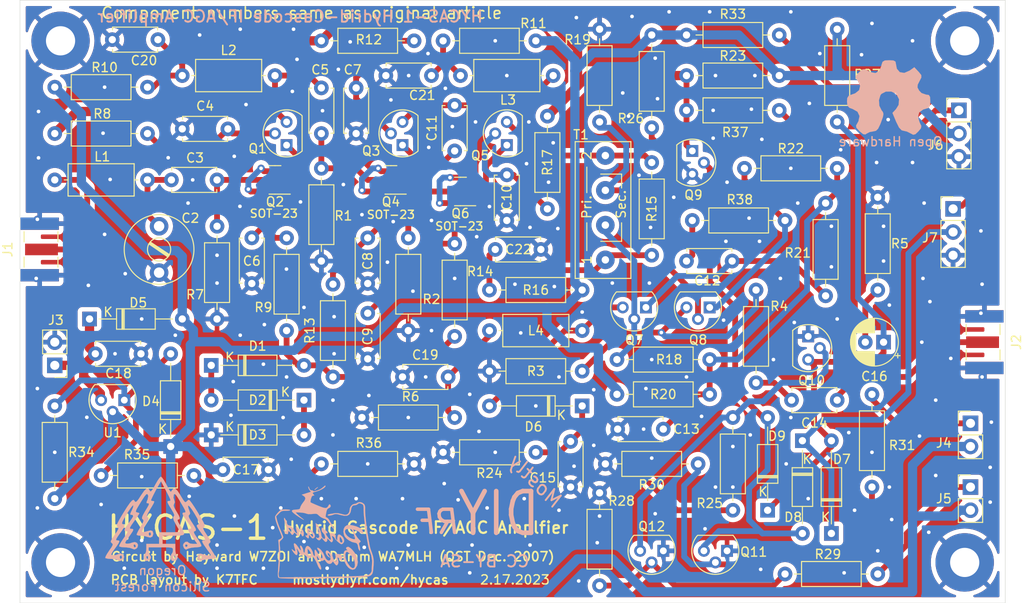
<source format=kicad_pcb>
(kicad_pcb (version 20211014) (generator pcbnew)
  (layers (0 "F.Cu" signal) (31 "B.Cu" signal) (34 "B.Paste" user) (35 "F.Paste" user) (36 "B.SilkS" user "B.Silkscreen") (37 "F.SilkS" user "F.Silkscreen") (38 "B.Mask" user) (39 "F.Mask" user) (44 "Edge.Cuts" user))
  (net 0 "")
  (net 1 "GND")
  (net 2 "Net-(C2-Pad1)")
  (net 3 "Net-(C3-Pad1)")
  (net 4 "Net-(C4-Pad2)")
  (net 5 "Net-(C5-Pad2)")
  (net 6 "Net-(C5-Pad1)")
  (net 7 "Net-(C6-Pad1)")
  (net 8 "Net-(C7-Pad2)")
  (net 9 "Net-(C8-Pad1)")
  (net 10 "Net-(C9-Pad1)")
  (net 11 "Net-(C10-Pad2)")
  (net 12 "Net-(C11-Pad2)")
  (net 13 "Net-(C11-Pad1)")
  (net 14 "Net-(C12-Pad2)")
  (net 15 "Net-(C12-Pad1)")
  (net 16 "Net-(C13-Pad1)")
  (net 17 "Net-(C14-Pad2)")
  (net 18 "Net-(C14-Pad1)")
  (net 19 "Net-(C15-Pad2)")
  (net 20 "Net-(C16-Pad2)")
  (net 21 "Net-(C16-Pad1)")
  (net 22 "+9V")
  (net 23 "+12V")
  (net 24 "Net-(C19-Pad2)")
  (net 25 "Net-(C20-Pad1)")
  (net 26 "Net-(C21-Pad1)")
  (net 27 "Net-(C22-Pad1)")
  (net 28 "Net-(D1-Pad2)")
  (net 29 "Net-(D1-Pad1)")
  (net 30 "Net-(D2-Pad1)")
  (net 31 "Net-(D4-Pad2)")
  (net 32 "Net-(D6-Pad2)")
  (net 33 "Net-(D7-Pad1)")
  (net 34 "Net-(D8-Pad2)")
  (net 35 "Net-(J1-Pad1)")
  (net 36 "Net-(J4-Pad1)")
  (net 37 "Net-(J5-Pad1)")
  (net 38 "Net-(J6-Pad1)")
  (net 39 "Net-(Q1-Pad1)")
  (net 40 "Net-(Q3-Pad1)")
  (net 41 "Net-(Q5-Pad1)")
  (net 42 "Net-(Q5-Pad3)")
  (net 43 "Net-(Q7-Pad2)")
  (net 44 "Net-(Q8-Pad1)")
  (net 45 "Net-(Q8-Pad3)")
  (net 46 "Net-(Q8-Pad2)")
  (net 47 "V-AGC")
  (net 48 "Net-(Q10-Pad2)")
  (net 49 "Net-(Q11-Pad2)")
  (net 50 "Net-(Q12-Pad2)")
  (net 51 "Net-(R35-Pad1)")
  (net 52 "Net-(J7-Pad1)")
  (footprint "K7TFC_Passives:Capacitor_Trimmer_Ceramic_GKGxx015_Series" (layer "F.Cu") (at 99.695 84.455 -90)
    (fp_text reference "C2")
    (fp_text value "65")
  )
  (footprint "K7TFC_Passives:Ceramic_Disk_Capacitor_P5.00mm" (layer "F.Cu") (at 102.235 71.247)
    (fp_text reference "C4")
    (fp_text value ".01")
  )
  (footprint "K7TFC_Passives:Ceramic_Disk_Capacitor_P5.00mm" (layer "F.Cu") (at 117.475 71.755 90)
    (fp_text reference "C5")
    (fp_text value ".01")
  )
  (footprint "K7TFC_Passives:Ceramic_Disk_Capacitor_P5.00mm" (layer "F.Cu") (at 121.285 71.755 90)
    (fp_text reference "C7")
    (fp_text value ".01")
  )
  (footprint "K7TFC_Passives:Ceramic_Disk_Capacitor_P5.00mm" (layer "F.Cu") (at 122.555 83.185 -90)
    (fp_text reference "C8")
    (fp_text value "0.1")
  )
  (footprint "K7TFC_Passives:Ceramic_Disk_Capacitor_P5.00mm" (layer "F.Cu") (at 122.555 91.44 -90)
    (fp_text reference "C9")
    (fp_text value "0.1")
  )
  (footprint "K7TFC_Passives:Ceramic_Disk_Capacitor_P5.00mm" (layer "F.Cu") (at 137.795 81.28 90)
    (fp_text reference "C10")
    (fp_text value ".01")
  )
  (footprint "K7TFC_Passives:Ceramic_Disk_Capacitor_P5.00mm" (layer "F.Cu") (at 157.48 85.725)
    (fp_text reference "C12")
    (fp_text value "0.1")
  )
  (footprint "K7TFC_Passives:Ceramic_Disk_Capacitor_P5.00mm" (layer "F.Cu") (at 154.94 104.14 180)
    (fp_text reference "C13")
    (fp_text value "0.1")
  )
  (footprint "K7TFC_Passives:Ceramic_Disk_Capacitor_P5.00mm" (layer "F.Cu") (at 106.68 108.585)
    (fp_text reference "C17")
    (fp_text value "0.22")
  )
  (footprint "K7TFC_Passives:Ceramic_Disk_Capacitor_P5.00mm" (layer "F.Cu") (at 92.71 95.885)
    (fp_text reference "C18")
    (fp_text value "0.22" hide)
  )
  (footprint "K7TFC_Passives:Ceramic_Disk_Capacitor_P5.00mm" (layer "F.Cu") (at 126.365 98.425)
    (fp_text reference "C19")
    (fp_text value "0.1")
  )
  (footprint "K7TFC_Passives:Ceramic_Disk_Capacitor_P5.00mm" (layer "F.Cu") (at 99.568 61.468 180)
    (fp_text reference "C20")
    (fp_text value "0.1")
  )
  (footprint "K7TFC_Passives:Ceramic_Disk_Capacitor_P5.00mm" (layer "F.Cu") (at 129.54 65.405 180)
    (fp_text reference "C21")
    (fp_text value "0.1")
  )
  (footprint "Diode_THT:D_DO-35_SOD27_P10.16mm_Horizontal" (layer "F.Cu") (at 105.41 97.155)
    (fp_text reference "D1")
    (fp_text value "D")
  )
  (footprint "Diode_THT:D_DO-35_SOD27_P10.16mm_Horizontal" (layer "F.Cu") (at 115.57 100.965 180)
    (fp_text reference "D2")
    (fp_text value "D")
  )
  (footprint "Diode_THT:D_DO-35_SOD27_P10.16mm_Horizontal" (layer "F.Cu") (at 105.41 104.775)
    (fp_text reference "D3")
    (fp_text value "D")
  )
  (footprint "Diode_THT:D_DO-35_SOD27_P10.16mm_Horizontal" (layer "F.Cu") (at 100.965 106.045 90)
    (fp_text reference "D4")
    (fp_text value "D")
  )
  (footprint "Diode_THT:D_DO-35_SOD27_P10.16mm_Horizontal" (layer "F.Cu") (at 92.075 92.075)
    (fp_text reference "D5")
    (fp_text value "D")
  )
  (footprint "Diode_THT:D_DO-35_SOD27_P10.16mm_Horizontal" (layer "F.Cu") (at 146.05 101.6 180)
    (fp_text reference "D6")
    (fp_text value "D")
  )
  (footprint "Diode_THT:D_DO-35_SOD27_P10.16mm_Horizontal" (layer "F.Cu") (at 173.355 115.57 90)
    (fp_text reference "D7")
    (fp_text value "D")
  )
  (footprint "Diode_THT:D_DO-35_SOD27_P10.16mm_Horizontal" (layer "F.Cu") (at 166.37 113.03 90)
    (fp_text reference "D9")
    (fp_text value "D")
  )
  (footprint "K7TFC:SMA_EdgeMount_0.062_Samtec" (layer "F.Cu") (at 86.614 84.455 90)
    (fp_text reference "J1")
    (fp_text value "Phono_Jack_RCA" hide)
  )
  (footprint "Inductor_THT:L_Axial_L7.0mm_D3.3mm_P10.16mm_Horizontal_Fastron_MICC" (layer "F.Cu") (at 132.715 65.405)
    (fp_text reference "L3")
    (fp_text value "47")
  )
  (footprint "Inductor_THT:L_Axial_L7.0mm_D3.3mm_P10.16mm_Horizontal_Fastron_MICC" (layer "F.Cu") (at 146.05 93.345 180)
    (fp_text reference "L4")
    (fp_text value "47")
  )
  (footprint "K7TFC_Transistors:SOT-23" (layer "F.Cu") (at 112.395 76.835 180)
    (fp_text reference "Q2")
    (fp_text value "J310")
  )
  (footprint "K7TFC_Transistors:TO-92L_Pin2_Offset" (layer "F.Cu") (at 126.365 73.025 90)
    (fp_text reference "Q3")
    (fp_text value "2N3904")
  )
  (footprint "K7TFC_Transistors:SOT-23" (layer "F.Cu") (at 125.095 76.835 180)
    (fp_text reference "Q4")
    (fp_text value "J310")
  )
  (footprint "K7TFC_Transistors:TO-92L_Pin2_Offset" (layer "F.Cu") (at 137.795 73.025 90)
    (fp_text reference "Q5")
    (fp_text value "2N3904")
  )
  (footprint "K7TFC_Transistors:TO-92L_Pin2_Offset" (layer "F.Cu") (at 153.035 90.805 180)
    (fp_text reference "Q7")
    (fp_text value "2N3906")
  )
  (footprint "K7TFC_Transistors:TO-92L_Pin2_Offset" (layer "F.Cu") (at 158.115 73.66 -90)
    (fp_text reference "Q9")
    (fp_text value "2N3906")
  )
  (footprint "K7TFC_Transistors:TO-92L_Pin2_Offset" (layer "F.Cu") (at 170.815 93.98 -90)
    (fp_text reference "Q10")
    (fp_text value "2N3904")
  )
  (footprint "K7TFC_Transistors:TO-92L_Pin2_Offset" (layer "F.Cu") (at 161.925 117.475 180)
    (fp_text reference "Q11")
    (fp_text value "2N3904")
  )
  (footprint "K7TFC_Transistors:TO-92L_Pin2_Offset" (layer "F.Cu") (at 154.94 117.475 180)
    (fp_text reference "Q12")
    (fp_text value "2N3904")
  )
  (footprint "K7TFC_Passives:Resistor_Quarter_Watt_P10.16mm_Horizontal" (layer "F.Cu") (at 117.475 75.565 -90)
    (fp_text reference "R1")
    (fp_text value "1K")
  )
  (footprint "K7TFC_Passives:Resistor_Quarter_Watt_P10.16mm_Horizontal" (layer "F.Cu") (at 127 83.185 -90)
    (fp_text reference "R2")
    (fp_text value "2.2K")
  )
  (footprint "K7TFC_Passives:Resistor_Quarter_Watt_P10.16mm_Horizontal" (layer "F.Cu") (at 146.05 97.79 180)
    (fp_text reference "R3")
    (fp_text value "51")
  )
  (footprint "K7TFC_Passives:Resistor_Quarter_Watt_P10.16mm_Horizontal" (layer "F.Cu") (at 165.1 99.06 90)
    (fp_text reference "R4")
    (fp_text value "0")
  )
  (footprint "K7TFC_Passives:Resistor_Quarter_Watt_P10.16mm_Horizontal" (layer "F.Cu") (at 178.435 78.74 -90)
    (fp_text reference "R5")
    (fp_text value "0")
  )
  (footprint "K7TFC_Passives:Resistor_Quarter_Watt_P10.16mm_Horizontal" (layer "F.Cu") (at 121.92 102.87)
    (fp_text reference "R6")
    (fp_text value "270")
  )
  (footprint "K7TFC_Passives:Resistor_Quarter_Watt_P10.16mm_Horizontal" (layer "F.Cu") (at 106.045 81.915 -90)
    (fp_text reference "R7")
    (fp_text value "3.0K")
  )
  (footprint "K7TFC_Passives:Resistor_Quarter_Watt_P10.16mm_Horizontal" (layer "F.Cu") (at 88.265 71.755)
    (fp_text reference "R8")
    (fp_text value "220")
  )
  (footprint "K7TFC_Passives:Resistor_Quarter_Watt_P10.16mm_Horizontal" (layer "F.Cu") (at 113.665 83.185 -90)
    (fp_text reference "R9")
    (fp_text value "180")
  )
  (footprint "K7TFC_Passives:Resistor_Quarter_Watt_P10.16mm_Horizontal" (layer "F.Cu") (at 118.745 88.265 -90)
    (fp_text reference "R13")
    (fp_text value "180")
  )
  (footprint "K7TFC_Passives:Resistor_Quarter_Watt_P10.16mm_Horizontal" (layer "F.Cu") (at 132.08 83.82 -90)
    (fp_text reference "R14")
    (fp_text value "180")
  )
  (footprint "K7TFC_Passives:Resistor_Quarter_Watt_P10.16mm_Horizontal" (layer "F.Cu") (at 153.67 85.09 90)
    (fp_text reference "R15")
    (fp_text value "3.0K")
  )
  (footprint "K7TFC_Passives:Resistor_Quarter_Watt_P10.16mm_Horizontal" (layer "F.Cu") (at 146.05 88.9 180)
    (fp_text reference "R16")
    (fp_text value "100")
  )
  (footprint "K7TFC_Passives:Resistor_Quarter_Watt_P10.16mm_Horizontal" (layer "F.Cu") (at 142.24 69.85 -90)
    (fp_text reference "R17")
    (fp_text value "220")
  )
  (footprint "K7TFC_Passives:Resistor_Quarter_Watt_P10.16mm_Horizontal" (layer "F.Cu") (at 160.02 96.52 180)
    (fp_text reference "R18")
    (fp_text value "4.7K")
  )
  (footprint "K7TFC_Passives:Resistor_Quarter_Watt_P10.16mm_Horizontal" (layer "F.Cu") (at 147.955 70.485 90)
    (fp_text reference "R19")
    (fp_text value "10K")
  )
  (footprint "K7TFC_Passives:Resistor_Quarter_Watt_P10.16mm_Horizontal" (layer "F.Cu") (at 160.02 100.33 180)
    (fp_text reference "R20")
    (fp_text value "180")
  )
  (footprint "K7TFC_Passives:Resistor_Quarter_Watt_P10.16mm_Horizontal" (layer "F.Cu") (at 172.72 79.375 -90)
    (fp_text reference "R21")
    (fp_text value "680")
  )
  (footprint "K7TFC_Passives:Resistor_Quarter_Watt_P10.16mm_Horizontal" (layer "F.Cu") (at 167.64 65.405 180)
    (fp_text reference "R23")
    (fp_text value "47K")
  )
  (footprint "K7TFC_Passives:Resistor_Quarter_Watt_P10.16mm_Horizontal" (layer "F.Cu") (at 130.81 106.68)
    (fp_text reference "R24")
    (fp_text value "100K")
  )
  (footprint "K7TFC_Passives:Resistor_Quarter_Watt_P10.16mm_Horizontal" (layer "F.Cu") (at 162.56 102.87 -90)
    (fp_text reference "R25")
    (fp_text value "2.2K")
  )
  (footprint "K7TFC_Passives:Resistor_Quarter_Watt_P10.16mm_Horizontal" (layer "F.Cu") (at 153.67 60.96 -90)
    (fp_text reference "R26")
    (fp_text value "1.5M")
  )
  (footprint "K7TFC_Passives:Resistor_Quarter_Watt_P10.16mm_Horizontal" (layer "F.Cu") (at 173.99 60.325 -90)
    (fp_text reference "R27")
    (fp_text value "1.5M")
  )
  (footprint "K7TFC_Passives:Resistor_Quarter_Watt_P10.16mm_Horizontal" (layer "F.Cu") (at 147.955 111.125 -90)
    (fp_text reference "R28")
    (fp_text value "10K")
  )
  (footprint "K7TFC_Passives:Resistor_Quarter_Watt_P10.16mm_Horizontal" (layer "F.Cu") (at 178.435 120.015 180)
    (fp_text reference "R29")
    (fp_text value "10K")
  )
  (footprint "K7TFC_Passives:Resistor_Quarter_Watt_P10.16mm_Horizontal" (layer "F.Cu") (at 177.8 100.33 -90)
    (fp_text reference "R31")
    (fp_text value "10K")
  )
  (footprint "K7TFC_Passives:Resistor_Quarter_Watt_P10.16mm_Horizontal" (layer "F.Cu") (at 167.64 60.96 180)
    (fp_text reference "R33")
    (fp_text value "2.2K")
  )
  (footprint "K7TFC_Passives:Resistor_Quarter_Watt_P10.16mm_Horizontal" (layer "F.Cu") (at 103.505 109.22 180)
    (fp_text reference "R35")
    (fp_text value "1K")
  )
  (footprint "K7TFC_Passives:Resistor_Quarter_Watt_P10.16mm_Horizontal" (layer "F.Cu") (at 168.275 81.28 180)
    (fp_text reference "R38")
    (fp_text value "18")
  )
  (footprint "K7TFC_Transistors:TO-92L_Pin2_Offset" (layer "F.Cu") (at 95.885 100.965 180)
    (fp_text reference "U1")
    (fp_text value "LM317L_TO92")
  )
  (footprint "Connector_PinHeader_2.54mm:PinHeader_1x02_P2.54mm_Vertical" (layer "F.Cu") (at 188.595 110.49)
    (fp_text reference "J5")
    (fp_text value "Conn_01x02")
  )
  (footprint "K7TFC_Transistors:TO-92L_Pin2_Offset" (layer "F.Cu") (at 160.02 90.805 180)
    (fp_text reference "Q8")
    (fp_text value "2N3906")
  )
  (footprint "K7TFC_Passives:Ceramic_Disk_Capacitor_P5.00mm" (layer "F.Cu") (at 109.855 83.185 -90)
    (fp_text reference "C6")
    (fp_text value "0.1")
  )
  (footprint "Connector_PinHeader_2.54mm:PinHeader_1x02_P2.54mm_Vertical" (layer "F.Cu") (at 188.595 103.505)
    (fp_text reference "J4")
    (fp_text value "Conn_01x02")
  )
  (footprint "Capacitor_THT:CP_Radial_D5.0mm_P2.00mm" (layer "F.Cu") (at 179.07 94.615 180)
    (fp_text reference "C16")
    (fp_text value "4.7uF")
  )
  (footprint "K7TFC_Passives:Ceramic_Disk_Capacitor_P5.00mm" (layer "F.Cu") (at 144.78 110.49 90)
    (fp_text reference "C15")
    (fp_text value ".01")
  )
  (footprint "Inductor_THT:L_Axial_L7.0mm_D3.3mm_P10.16mm_Horizontal_Fastron_MICC" (layer "F.Cu") (at 102.235 65.405)
    (fp_text reference "L2")
    (fp_text value "47")
  )
  (footprint "K7TFC_Passives:Ceramic_Disk_Capacitor_P5.00mm" (layer "F.Cu") (at 173.99 100.965 180)
    (fp_text reference "C14")
    (fp_text value "0.1")
  )
  (footprint "Inductor_THT:L_Axial_L7.0mm_D3.3mm_P10.16mm_Horizontal_Fastron_MICC" (layer "F.Cu") (at 88.265 76.835)
    (fp_text reference "L1")
    (fp_text value "6.8")
  )
  (footprint "K7TFC_Passives:Resistor_Quarter_Watt_P10.16mm_Horizontal" (layer "F.Cu") (at 127.635 107.95 180)
    (fp_text reference "R36")
    (fp_text value "330")
  )
  (footprint "K7TFC_Passives:Ceramic_Disk_Capacitor_P5.00mm" (layer "F.Cu") (at 106.045 76.835 180)
    (fp_text reference "C3")
    (fp_text value ".01")
  )
  (footprint "Connector_PinHeader_2.54mm:PinHeader_1x02_P2.54mm_Vertical" (layer "F.Cu") (at 88.265 97.155 180)
    (fp_text reference "J3")
    (fp_text value "Conn_01x02")
  )
  (footprint "K7TFC_Passives:Resistor_Quarter_Watt_P10.16mm_Horizontal" (layer "F.Cu") (at 88.265 101.6 -90)
    (fp_text reference "R34")
    (fp_text value "220" hide)
  )
  (footprint "K7TFC_Passives:Resistor_Quarter_Watt_P10.16mm_Horizontal" (layer "F.Cu") (at 88.265 66.675)
    (fp_text reference "R10")
    (fp_text value "100")
  )
  (footprint "K7TFC_Passives:Resistor_Quarter_Watt_P10.16mm_Horizontal" (layer "F.Cu") (at 173.99 75.565 180)
    (fp_text reference "R22")
    (fp_text value "680")
  )
  (footprint "K7TFC_Transistors:SOT-23" (layer "F.Cu") (at 132.715 78.105 180)
    (fp_text reference "Q6")
    (fp_text value "J310")
  )
  (footprint "K7TFC_Passives:Resistor_Quarter_Watt_P10.16mm_Horizontal" (layer "F.Cu") (at 148.59 107.95)
    (fp_text reference "R30")
    (fp_text value "10K")
  )
  (footprint "K7TFC_Passives:Ceramic_Disk_Capacitor_P5.00mm" (layer "F.Cu") (at 132.08 73.66 90)
    (fp_text reference "C11")
    (fp_text value ".01")
  )
  (footprint "K7TFC_Toroids:Toroid_Transformer_SM_Link_Secondary" (layer "F.Cu") (at 148.59 80.01 90)
    (fp_text reference "T1")
    (fp_text value "Transformer_RF_Small_Secondary" hide)
  )
  (footprint "K7TFC_Passives:Resistor_Quarter_Watt_P10.16mm_Horizontal" (layer "F.Cu") (at 140.97 61.595 180)
    (fp_text reference "R11")
    (fp_text value "100")
  )
  (footprint "K7TFC_Passives:Ceramic_Disk_Capacitor_P5.00mm" (layer "F.Cu") (at 136.525 84.455)
    (fp_text reference "C22")
    (fp_text value "0.1")
  )
  (footprint "K7TFC:SMA_EdgeMount_0.062_Samtec" (layer "F.Cu") (at 190.119 94.615 -90)
    (fp_text reference "J2")
    (fp_text value "Phono_Jack_RCA" hide)
  )
  (footprint "K7TFC_Passives:Resistor_Quarter_Watt_P10.16mm_Horizontal" (layer "F.Cu") (at 157.48 69.215)
    (fp_text reference "R37")
    (fp_text value "10K")
  )
  (footprint "Connector_PinHeader_2.54mm:PinHeader_1x03_P2.54mm_Vertical" (layer "F.Cu") (at 187.325 69.215)
    (fp_text reference "J6")
    (fp_text value "Conn_01x03")
  )
  (footprint "Connector_PinHeader_2.54mm:PinHeader_1x03_P2.54mm_Vertical" (layer "F.Cu") (at 186.69 80.01)
    (fp_text reference "J7")
    (fp_text value "Conn_01x03")
  )
  (footprint "MountingHole:MountingHole_3.2mm_M3_Pad" (layer "F.Cu") (at 187.96 61.595)
    (fp_text reference "REF**" hide)
    (fp_text value "MountingHole_3.2mm_M3_Pad" hide)
  )
  (footprint "MountingHole:MountingHole_3.2mm_M3_Pad" (layer "F.Cu") (at 187.96 118.745)
    (fp_text reference "REF**" hide)
    (fp_text value "MountingHole_3.2mm_M3_Pad" hide)
  )
  (footprint "MountingHole:MountingHole_3.2mm_M3_Pad" (layer "F.Cu") (at 88.9 118.745)
    (fp_text reference "REF**" hide)
    (fp_text value "MountingHole_3.2mm_M3_Pad" hide)
  )
  (footprint "MountingHole:MountingHole_3.2mm_M3_Pad" (layer "F.Cu") (at 88.9 61.595)
    (fp_text reference "REF**" hide)
    (fp_text value "MountingHole_3.2mm_M3_Pad" hide)
  )
  (footprint "K7TFC_Transistors:TO-92L_Pin2_Offset" (layer "F.Cu") (at 113.665 73.025 90)
    (fp_text reference "Q1")
    (fp_text value "2N3904")
  )
  (footprint "K7TFC_Passives:Resistor_Quarter_Watt_P10.16mm_Horizontal" (layer "F.Cu") (at 117.475 61.595)
    (fp_text reference "R12")
    (fp_text value "220")
  )
  (footprint "Diode_THT:D_DO-35_SOD27_P10.16mm_Horizontal" (layer "F.Cu") (at 170.18 105.41 -90)
    (fp_text reference "D8")
    (fp_text value "D")
  )
  (footprint "Graphics:silicon-forest_12mm" (layer "F.Cu") (at 99.822 115.316)
    (fp_text reference "G***" hide)
    (fp_text value "LOGO" hide)
  )
  (footprint "Graphics:portland_logo_11mm" (layer "F.Cu") (at 117.094 115.951)
    (fp_text reference "G***" hide)
    (fp_text value "LOGO" hide)
  )
  (footprint "Graphics:open-hardware_9.5mm" (layer "F.Cu") (at 179.451 68.072)
    (fp_text reference "G***" hide)
    (fp_text value "LOGO" hide)
  )
  (gr_line (start 84.455 123.19) (end 84.455 57.15) (layer "Edge.Cuts") (width 0.05))
  (gr_line (start 84.455 57.15) (end 192.405 57.15) (layer "Edge.Cuts") (width 0.05))
  (gr_line (start 192.405 123.19) (end 84.455 123.19) (layer "Edge.Cuts") (width 0.05))
  (gr_line (start 192.405 57.15) (end 192.405 123.19) (layer "Edge.Cuts") (width 0.05))
  (gr_text "RF" (at 130.302 114.3) (layer "B.SilkS") (effects (font (size 2.54 2.54) (thickness 0.381) italic) (justify mirror)))
  (gr_text "Open Hardware" (at 179.832 72.644) (layer "B.SilkS") (effects (font (size 1 1)) (justify mirror)))
  (gr_text "CC BY-SA" (at 135.382 118.618) (layer "B.SilkS") (effects (font (size 1.27 1.27) (thickness 0.2032)) (justify mirror)))
  (gr_text "DIY" (at 136.906 113.411) (layer "B.SilkS") (effects (font (size 4.572 3.81) (thickness 0.508)) (justify mirror)))
  (gr_text "HYCAS-1 Hydrid-Cascode IF/AGC Amplifier" (at 114.046 58.928) (layer "B.SilkS") (effects (font (size 1.27 1.27) (thickness 0.2032)) (justify mirror)))
  (gr_text "Mostly" (at 140.97 109.855 -45) (layer "B.SilkS") (effects (font (size 1.524 1.524) (thickness 0.2032) italic) (justify mirror)))
  (gr_text "Component numbers same as original article" (at 115.316 58.547) (layer "F.SilkS") (effects (font (size 1.27 1.27) (thickness 0.1778))))
  (gr_text "SOT-23" (at 132.588 81.915) (layer "F.SilkS") (effects (font (size 0.889 0.889) (thickness 0.1524))))
  (gr_text "2.17.2023" (at 138.684 120.65) (layer "F.SilkS") (effects (font (size 1 1))))
  (gr_text "SOT-23" (at 112.268 80.518) (layer "F.SilkS") (effects (font (size 0.889 0.889) (thickness 0.1524))))
  (gr_text "HYCAS-1" (at 102.87 114.935) (layer "F.SilkS") (effects (font (size 2.54 2.54) (thickness 0.381))))
  (gr_text "SOT-23" (at 125.095 80.645) (layer "F.SilkS") (effects (font (size 0.889 0.889) (thickness 0.1524))))
  (gr_text "Circuit by Hayward W7ZOI and Damm WA7MLH (QST Dec. 2007)" (at 118.745 118.11) (layer "F.SilkS") (effects (font (size 1 1) (thickness 0.1778))))
  (gr_text "PCB layout by K7TFC     mostlydiyrf.com/hycas" (at 112.903 120.65) (layer "F.SilkS") (effects (font (size 1 1) (thickness 0.1778))))
  (gr_text "Hydrid Cascode IF/AGC Amplfier" (at 128.905 114.935) (layer "F.SilkS") (effects (font (size 1.27 1.27) (thickness 0.2286))))
  (via (at 134.366 70.485) (size 0.8) (drill 0.4) (layers "F.Cu" "B.Cu") (net 1))
  (via (at 106.045 119.38) (size 0.8) (drill 0.4) (layers "F.Cu" "B.Cu") (net 1))
  (via (at 161.544 92.202) (size 0.8) (drill 0.4) (layers "F.Cu" "B.Cu") (net 1))
  (via (at 176.657 63.119) (size 0.8) (drill 0.4) (layers "F.Cu" "B.Cu") (net 1))
  (via (at 168.91 102.87) (size 0.8) (drill 0.4) (layers "F.Cu" "B.Cu") (net 1))
  (via (at 151.13 69.85) (size 0.8) (drill 0.4) (layers "F.Cu" "B.Cu") (net 1))
  (via (at 124.714 85.852) (size 0.8) (drill 0.4) (layers "F.Cu" "B.Cu") (net 1))
  (via (at 173.99 92.075) (size 0.8) (drill 0.4) (layers "F.Cu" "B.Cu") (net 1))
  (via (at 173.355 86.36) (size 0.8) (drill 0.4) (layers "F.Cu" "B.Cu") (net 1))
  (via (at 86.487 69.342) (size 0.8) (drill 0.4) (layers "F.Cu" "B.Cu") (net 1))
  (via (at 94.33287 76.786174) (size 0.8) (drill 0.4) (layers "F.Cu" "B.Cu") (net 1))
  (via (at 122.174 117.094) (size 0.8) (drill 0.4) (layers "F.Cu" "B.Cu") (net 1))
  (via (at 129.54 93.345) (size 0.8) (drill 0.4) (layers "F.Cu" "B.Cu") (net 1))
  (via (at 106.045 85.09) (size 0.8) (drill 0.4) (layers "F.Cu" "B.Cu") (net 1))
  (via (at 183.388 87.63) (size 0.8) (drill 0.4) (layers "F.Cu" "B.Cu") (net 1))
  (via (at 177.8 106.68) (size 0.8) (drill 0.4) (layers "F.Cu" "B.Cu") (net 1))
  (via (at 133.731 100.33) (size 0.8) (drill 0.4) (layers "F.Cu" "B.Cu") (net 1))
  (via (at 88.265 106.68) (size 0.8) (drill 0.4) (layers "F.Cu" "B.Cu") (net 1))
  (via (at 147.32 99.822) (size 0.8) (drill 0.4) (layers "F.Cu" "B.Cu") (net 1))
  (via (at 178.308 74.93) (size 0.8) (drill 0.4) (layers "F.Cu" "B.Cu") (net 1))
  (via (at 174.752 119.888) (size 0.8) (drill 0.4) (layers "F.Cu" "B.Cu") (net 1))
  (via (at 115.57 90.805) (size 0.8) (drill 0.4) (layers "F.Cu" "B.Cu") (net 1))
  (via (at 189.738 82.423) (size 0.8) (drill 0.4) (layers "F.Cu" "B.Cu") (net 1))
  (via (at 118.11 119.38) (size 0.8) (drill 0.4) (layers "F.Cu" "B.Cu") (net 1))
  (via (at 91.778295 102.846994) (size 0.8) (drill 0.4) (layers "F.Cu" "B.Cu") (net 1))
  (via (at 162.56 106.045) (size 0.8) (drill 0.4) (layers "F.Cu" "B.Cu") (net 1))
  (via (at 139.319 93.599) (size 0.8) (drill 0.4) (layers "F.Cu" "B.Cu") (net 1))
  (via (at 120.632059 61.710626) (size 0.8) (drill 0.4) (layers "F.Cu" "B.Cu") (net 1))
  (via (at 172.085 62.992) (size 0.8) (drill 0.4) (layers "F.Cu" "B.Cu") (net 1))
  (via (at 175.895 113.03) (size 0.8) (drill 0.4) (layers "F.Cu" "B.Cu") (net 1))
  (via (at 139.954 75.057) (size 0.8) (drill 0.4) (layers "F.Cu" "B.Cu") (net 1))
  (via (at 125.73 119.38) (size 0.8) (drill 0.4) (layers "F.Cu" "B.Cu") (net 1))
  (via (at 184.785 109.22) (size 0.8) (drill 0.4) (layers "F.Cu" "B.Cu") (net 1))
  (via (at 149.352 88.138) (size 0.8) (drill 0.4) (layers "F.Cu" "B.Cu") (net 1))
  (via (at 154.051 63.5) (size 0.8) (drill 0.4) (layers "F.Cu" "B.Cu") (net 1))
  (via (at 91.948 88.392) (size 0.8) (drill 0.4) (layers "F.Cu" "B.Cu") (net 1))
  (via (at 179.578 70.231) (size 0.8) (drill 0.4) (layers "F.Cu" "B.Cu") (net 1))
  (via (at 111.231726 92.688061) (size 0.8) (drill 0.4) (layers "F.Cu" "B.Cu") (net 1))
  (via (at 129.159 62.992) (size 0.8) (drill 0.4) (layers "F.Cu" "B.Cu") (net 1))
  (via (at 183.515 79.375) (size 0.8) (drill 0.4) (layers "F.Cu" "B.Cu") (net 1))
  (via (at 138.684 88.265) (size 0.8) (drill 0.4) (layers "F.Cu" "B.Cu") (net 1))
  (via (at 130.937 110.109) (size 0.8) (drill 0.4) (layers "F.Cu" "B.Cu") (net 1))
  (via (at 147.32 105.918) (size 0.8) (drill 0.4) (layers "F.Cu" "B.Cu") (net 1))
  (via (at 101.473 93.853) (size 0.8) (drill 0.4) (layers "F.Cu" "B.Cu") (net 1))
  (via (at 159.512 115.062) (size 0.8) (drill 0.4) (layers "F.Cu" "B.Cu") (net 1))
  (via (at 150.495 67.31) (size 0.8) (drill 0.4) (layers "F.Cu" "B.Cu") (net 1))
  (via (at 136.525 106.68) (size 0.8) (drill 0.4) (layers "F.Cu" "B.Cu") (net 1))
  (via (at 108.585 60.325) (size 0.8) (drill 0.4) (layers "F.Cu" "B.Cu") (net 1))
  (via (at 162.56 110.49) (size 0.8) (drill 0.4) (layers "F.Cu" "B.Cu") (net 1))
  (via (at 178.435 117.475) (size 0.8) (drill 0.4) (layers "F.Cu" "B.Cu") (net 1))
  (via (at 108.553094 79.733639) (size 0.8) (drill 0.4) (layers "F.Cu" "B.Cu") (net 1))
  (via (at 156.083 78.74) (size 0.8) (drill 0.4) (layers "F.Cu" "B.Cu") (net 1))
  (via (at 179.959 114.046) (size 0.8) (drill 0.4) (layers "F.Cu" "B.Cu") (net 1))
  (via (at 161.925 77.089) (size 0.8) (drill 0.4) (layers "F.Cu" "B.Cu") (net 1))
  (via (at 118.745 100.965) (size 0.8) (drill 0.4) (layers "F.Cu" "B.Cu") (net 1))
  (via (at 113.284 102.87) (size 0.8) (drill 0.4) (layers "F.Cu" "B.Cu") (net 1))
  (via (at 136.525 61.595) (size 0.8) (drill 0.4) (layers "F.Cu" "B.Cu") (net 1))
  (via (at 189.738 91.44) (size 0.8) (drill 0.4) (layers "F.Cu" "B.Cu") (net 1))
  (via (at 133.731 119.888) (size 0.8) (drill 0.4) (layers "F.Cu" "B.Cu") (net 1))
  (via (at 95.986801 87.111212) (size 0.8) (drill 0.4) (layers "F.Cu" "B.Cu") (net 1))
  (via (at 113.03 112.776) (size 0.8) (drill 0.4) (layers "F.Cu" "B.Cu") (net 1))
  (via (at 114.808 63.627) (size 0.8) (drill 0.4) (layers "F.Cu" "B.Cu") (net 1))
  (via (at 135.89 79.756) (size 0.8) (drill 0.4) (layers "F.Cu" "B.Cu") (net 1))
  (via (at 154.051 113.411) (size 0.8) (drill 0.4) (layers "F.Cu" "B.Cu") (net 1))
  (via (at 106.045 88.138) (size 0.8) (drill 0.4) (layers "F.Cu" "B.Cu") (net 1))
  (via (at 152.781 104.14) (size 0.8) (drill 0.4) (layers "F.Cu" "B.Cu") (net 1))
  (via (at 151.511 58.928) (size 0.8) (drill 0.4) (layers "F.Cu" "B.Cu") (net 1))
  (via (at 93.557221 71.718603) (size 0.8) (drill 0.4) (layers "F.Cu" "B.Cu") (net 1))
  (via (at 119.888 77.343) (size 0.8) (drill 0.4) (layers "F.Cu" "B.Cu") (net 1))
  (via (at 102.997 111.506) (size 0.8) (drill 0.4) (layers "F.Cu" "B.Cu") (net 1))
  (via (at 93.726 82.804) (size 0.8) (drill 0.4) (layers "F.Cu" "B.Cu") (net 1))
  (via (at 145.415 59.055) (size 0.8) (drill 0.4) (layers "F.Cu" "B.Cu") (net 1))
  (via (at 102.87 79.375) (size 0.8) (drill 0.4) (layers "F.Cu" "B.Cu") (net 1))
  (via (at 86.487 74.422) (size 0.8) (drill 0.4) (layers "F.Cu" "B.Cu") (net 1))
  (via (at 147.955 113.665) (size 0.8) (drill 0.4) (layers "F.Cu" "B.Cu") (net 1))
  (via (at 129.54 81.28) (size 0.8) (drill 0.4) (layers "F.Cu" "B.Cu") (net 1))
  (via (at 152.273 76.327) (size 0.8) (drill 0.4) (layers "F.Cu" "B.Cu") (net 1))
  (via (at 134.747 104.394) (size 0.8) (drill 0.4) (layers "F.Cu" "B.Cu") (net 1))
  (via (at 133.985 116.84) (size 0.8) (drill 0.4) (layers "F.Cu" "B.Cu") (net 1))
  (via (at 140.97 101.6) (size 0.8) (drill 0.4) (layers "F.Cu" "B.Cu") (net 1))
  (via (at 129.239672 73.273617) (size 0.8) (drill 0.4) (layers "F.Cu" "B.Cu") (net 1))
  (via (at 107.823 98.933) (size 0.8) (drill 0.4) (layers "F.Cu" "B.Cu") (net 1))
  (via (at 165.735 72.39) (size 0.8) (drill 0.4) (layers "F.Cu" "B.Cu") (net 1))
  (via (at 168.402 107.95) (size 0.8) (drill 0.4) (layers "F.Cu" "B.Cu") (net 1))
  (via (at 132.461 111.887) (size 0.8) (drill 0.4) (layers "F.Cu" "B.Cu") (net 1))
  (via (at 173.355 81.915) (size 0.8) (drill 0.4) (layers "F.Cu" "B.Cu") (net 1))
  (via (at 117.602 69.255) (size 0.8) (drill 0.4) (layers "F.Cu" "B.Cu") (net 1))
  (via (at 117.475 111.76) (size 0.8) (drill 0.4) (layers "F.Cu" "B.Cu") (net 1))
  (via (at 182.245 61.595) (size 0.8) (drill 0.4) (layers "F.Cu" "B.Cu") (net 1))
  (via (at 93.345 112.395) (size 0.8) (drill 0.4) (layers "F.Cu" "B.Cu") (net 1))
  (via (at 153.67 107.315) (size 0.8) (drill 0.4) (layers "F.Cu" "B.Cu") (net 1))
  (via (at 161.798 83.566) (size 0.8) (drill 0.4) (layers "F.Cu" "B.Cu") (net 1))
  (via (at 109.22 68.58) (size 0.8) (drill 0.4) (layers "F.Cu" "B.Cu") (net 1))
  (via (at 143.002 88.519) (size 0.8) (drill 0.4) (layers "F.Cu" "B.Cu") (net 1))
  (via (at 189.865 98.425) (size 0.8) (drill 0.4) (layers "F.Cu" "B.Cu") (net 1))
  (via (at 164.338 81.026) (size 0.8) (drill 0.4) (layers "F.Cu" "B.Cu") (net 1))
  (via (at 153.67 96.52) (size 0.8) (drill 0.4) (layers "F.Cu" "B.Cu") (net 1))
  (via (at 118.872 95.885) (size 0.8) (drill 0.4) (layers "F.Cu" "B.Cu") (net 1))
  (via (at 126.365 111.76) (size 0.8) (drill 0.4) (layers "F.Cu" "B.Cu") (net 1))
  (via (at 113.665 98.425) (size 0.8) (drill 0.4) (layers "F.Cu" "B.Cu") (net 1))
  (via (at 160.401 72.263) (size 0.8) (drill 0.4) (layers "F.Cu" "B.Cu") (net 1))
  (via (at 118.745 104.775) (size 0.8) (drill 0.4) (layers "F.Cu" "B.Cu") (net 1))
  (via (at 97.79 116.332) (size 0.8) (drill 0.4) (layers "F.Cu" "B.Cu") (net 1))
  (via (at 155.575 58.42) (size 0.8) (drill 0.4) (layers "F.Cu" "B.Cu") (net 1))
  (via (at 190.754 112.141) (size 0.8) (drill 0.4) (layers "F.Cu" "B.Cu") (net 1))
  (via (at 142.875 72.771) (size 0.8) (drill 0.4) (layers "F.Cu" "B.Cu") (net 1))
  (via (at 100.693188 74.407518) (size 0.8) (drill 0.4) (layers "F.Cu" "B.Cu") (net 1))
  (via (at 127 116.84) (size 0.8) (drill 0.4) (layers "F.Cu" "B.Cu") (net 1))
  (via (at 184.15 90.17) (size 0.8) (drill 0.4) (layers "F.Cu" "B.Cu") (net 1))
  (via (at 143.383 82.169) (size 0.8) (drill 0.4) (layers "F.Cu" "B.Cu") (net 1))
  (via (at 140.335 82.042) (size 0.8) (drill 0.4) (layers "F.Cu" "B.Cu") (net 1))
  (via (at 153.416 88.138) (size 0.8) (drill 0.4) (layers "F.Cu" "B.Cu") (net 1))
  (via (at 114.427 60.325) (size 0.8) (drill 0.4) (layers "F.Cu" "B.Cu") (net 1))
  (via (at 125.095 68.072) (size 0.8) (drill 0.4) (layers "F.Cu" "B.Cu") (net 1))
  (via (at 107.932575 74.252389) (size 0.8) (drill 0.4) (layers "F.Cu" "B.Cu") (net 1))
  (via (at 167.005 96.52) (size 0.8) (drill 0.4) (layers "F.Cu" "B.Cu") (net 1))
  (via (at 175.26 104.521) (size 0.8) (drill 0.4) (layers "F.Cu" "B.Cu") (net 1))
  (via (at 122.682 100.457) (size 0.8) (drill 0.4) (layers "F.Cu" "B.Cu") (net 1))
  (via (at 86.36 112.776) (size 0.8) (drill 0.4) (layers "F.Cu" "B.Cu") (net 1))
  (via (at 146.05 91.313) (size 0.8) (drill 0.4) (layers "F.Cu" "B.Cu") (net 1))
  (via (at 157.48 98.425) (size 0.8) (drill 0.4) (layers "F.Cu" "B.Cu") (net 1))
  (via (at 189.865 88.265) (size 0.8) (drill 0.4) (layers "F.Cu" "B.Cu") (net 1))
  (via (at 168.91 75.565) (size 0.8) (drill 0.4) (layers "F.Cu" "B.Cu") (net 1))
  (via (at 179.705 110.49) (size 0.8) (drill 0.4) (layers "F.Cu" "B.Cu") (net 1))
  (via (at 182.245 74.93) (size 0.8) (drill 0.4) (layers "F.Cu" "B.Cu") (net 1))
  (via (at 153.543 82.042) (size 0.8) (drill 0.4) (layers "F.Cu" "B.Cu") (net 1))
  (via (at 107.95 113.665) (size 0.8) (drill 0.4) (layers "F.Cu" "B.Cu") (net 1))
  (via (at 127.04 65.405) (size 0.8) (drill 0.4) (layers "F.Cu" "B.Cu") (net 1))
  (via (at 170.815 111.76) (size 0.8) (drill 0.4) (layers "F.Cu" "B.Cu") (net 1))
  (via (at 95.885 119.38) (size 0.8) (drill 0.4) (layers "F.Cu" "B.Cu") (net 1))
  (via (at 160.655 110.49) (size 0.8) (drill 0.4) (layers "F.Cu" "B.Cu") (net 1))
  (via (at 190.881 103.378) (size 0.8) (drill 0.4) (layers "F.Cu" "B.Cu") (net 1))
  (via (at 179.07 81.915) (size 0.8) (drill 0.4) (layers "F.Cu" "B.Cu") (net 1))
  (via (at 169.672 79.375) (size 0.8) (drill 0.4) (layers "F.Cu" "B.Cu") (net 1))
  (via (at 174.371 73.533) (size 0.8) (drill 0.4) (layers "F.Cu" "B.Cu") (net 1))
  (via (at 86.233 87.63) (size 0.8) (drill 0.4) (layers "F.Cu" "B.Cu") (net 1))
  (via (at 145.161 108.204) (size 0.8) (drill 0.4) (layers "F.Cu" "B.Cu") (net 1))
  (via (at 179.705 90.551) (size 0.8) (drill 0.4) (layers "F.Cu" "B.Cu") (net 1))
  (via (at 114.297596 67.140166) (size 0.8) (drill 0.4) (layers "F.Cu" "B.Cu") (net 1))
  (via (at 115.189 79.248) (size 0.8) (drill 0.4) (layers "F.Cu" "B.Cu") (net 1))
  (via (at 164.592 69.088) (size 0.8) (drill 0.4) (layers "F.Cu" "B.Cu") (net 1))
  (via (at 125.349 81.407) (size 0.8) (drill 0.4) (layers "F.Cu" "B.Cu") (net 1))
  (via (at 170.942 68.453) (size 0.8) (drill 0.4) (layers "F.Cu" "B.Cu") (net 1))
  (via (at 112.141 114.935) (size 0.8) (drill 0.4) (layers "F.Cu" "B.Cu") (net 1))
  (via (at 160.655 65.405) (size 0.8) (drill 0.4) (layers "F.Cu" "B.Cu") (net 1))
  (via (at 128.905 98.425) (size 0.8) (drill 0.4) (layers "F.Cu" "B.Cu") (net 1))
  (via (at 106.045 116.84) (size 0.8) (drill 0.4) (layers "F.Cu" "B.Cu") (net 1))
  (via (at 140.208 70.485) (size 0.8) (drill 0.4) (layers "F.Cu" "B.Cu") (net 1))
  (via (at 164.465 104.775) (size 0.8) (drill 0.4) (layers "F.Cu" "B.Cu") (net 1))
  (via (at 160.401 69.215) (size 0.8) (drill 0.4) (layers "F.Cu" "B.Cu") (net 1))
  (via (at 159.131 102.743) (size 0.8) (drill 0.4) (layers "F.Cu" "B.Cu") (net 1))
  (via (at 103.378 76.835) (size 0.8) (drill 0.4) (layers "F.Cu" "B.Cu") (net 1))
  (via (at 160.02 58.42) (size 0.8) (drill 0.4) (layers "F.Cu" "B.Cu") (net 1))
  (via (at 111.125 97.028) (size 0.8) (drill 0.4) (layers "F.Cu" "B.Cu") (net 1))
  (via (at 115.57 116.459) (size 0.8) (drill 0.4) (layers "F.Cu" "B.Cu") (net 1))
  (via (at 122.555 107.95) (size 0.8) (drill 0.4) (layers "F.Cu" "B.Cu") (net 1))
  (via (at 119.339312 64.727037) (size 0.8) (drill 0.4) (layers "F.Cu" "B.Cu") (net 1))
  (via (at 183.261 94.615) (size 0.8) (drill 0.4) (layers "F.Cu" "B.Cu") (net 1))
  (via (at 139.7 111.76) (size 0.8) (drill 0.4) (layers "F.Cu" "B.Cu") (net 1))
  (via (at 121.285 111.76) (size 0.8) (drill 0.4) (layers "F.Cu" "B.Cu") (net 1))
  (via (at 165.481 83.566) (size 0.8) (drill 0.4) (layers "F.Cu" "B.Cu") (net 1))
  (via (at 145.669 120.777) (size 0.8) (drill 0.4) (layers "F.Cu" "B.Cu") (net 1))
  (via (at 190.754 108.331) (size 0.8) (drill 0.4) (layers "F.Cu" "B.Cu") (net 1))
  (via (at 97.79 109.347) (size 0.8) (drill 0.4) (layers "F.Cu" "B.Cu") (net 1))
  (via (at 108.585 93.853) (size 0.8) (drill 0.4) (layers "F.Cu" "B.Cu") (net 1))
  (via (at 94.869 95.885) (size 0.8) (drill 0.4) (layers "F.Cu" "B.Cu") (net 1))
  (via (at 127 102.87) (size 0.8) (drill 0.4) (layers "F.Cu" "B.Cu") (net 1))
  (via (at 113.65175 86.606976) (size 0.8) (drill 0.4) (layers "F.Cu" "B.Cu") (net 1))
  (via (at 186.436 96.393) (size 0.8) (drill 0.4) (layers "F.Cu" "B.Cu") (net 1))
  (via (at 147.701 116.586) (size 0.8) (drill 0.4) (layers "F.Cu" "B.Cu") (net 1))
  (via (at 137.795 65.405) (size 0.8) (drill 0.4) (layers "F.Cu" "B.Cu") (net 1))
  (via (at 86.36 81.153) (size 0.8) (drill 0.4) (layers "F.Cu" "B.Cu") (net 1))
  (via (at 179.07 85.725) (size 0.8) (drill 0.4) (layers "F.Cu" "B.Cu") (net 1))
  (via (at 140.335 116.84) (size 0.8) (drill 0.4) (layers "F.Cu" "B.Cu") (net 1))
  (via (at 154.305 67.945) (size 0.8) (drill 0.4) (layers "F.Cu" "B.Cu") (net 1))
  (via (at 142.367 77.089) (size 0.8) (drill 0.4) (layers "F.Cu" "B.Cu") (net 1))
  (via (at 134.493 83.058) (size 0.8) (drill 0.4) (layers "F.Cu" "B.Cu") (net 1))
  (via (at 169.291 92.456) (size 0.8) (drill 0.4) (layers "F.Cu" "B.Cu") (net 1))
  (via (at 167.767 87.63) (size 0.8) (drill 0.4) (layers "F.Cu" "B.Cu") (net 1))
  (via (at 153.035 99.695) (size 0.8) (drill 0.4) (layers "F.Cu" "B.Cu") (net 1))
  (via (at 107.569 102.616) (size 0.8) (drill 0.4) (layers "F.Cu" "B.Cu") (net 1))
  (via (at 183.007 104.902) (size 0.8) (drill 0.4) (layers "F.Cu" "B.Cu") (net 1))
  (via (at 104.14 60.96) (size 0.8) (drill 0.4) (layers "F.Cu" "B.Cu") (net 1))
  (via (at 135.636 112.776) (size 0.8) (drill 0.4) (layers "F.Cu" "B.Cu") (net 1))
  (via (at 132.08 87.63) (size 0.8) (drill 0.4) (layers "F.Cu" "B.Cu") (net 1))
  (via (at 127.508 89.027) (size 0.8) (drill 0.4) (layers "F.Cu" "B.Cu") (net 1))
  (via (at 184.023 115.443) (size 0.8) (drill 0.4) (layers "F.Cu" "B.Cu") (net 1))
  (via (at 114.173 107.442) (size 0.8) (drill 0.4) (layers "F.Cu" "B.Cu") (net 1))
  (via (at 121.92 80.645) (size 0.8) (drill 0.4) (layers "F.Cu" "B.Cu") (net 1))
  (via (at 97.79 92.075) (size 0.8) (drill 0.4) (layers "F.Cu" "B.Cu") (net 1))
  (via (at 93.726 66.675) (size 0.8) (drill 0.4) (layers "F.Cu" "B.Cu") (net 1))
  (via (at 165.608 119.507) (size 0.8) (drill 0.4) (layers "F.Cu" "B.Cu") (net 1))
  (via (at 177.8 59.69) (size 0.8) (drill 0.4) (layers "F.Cu" "B.Cu") (net 1))
  (via (at 164.973 65.405) (size 0.8) (drill 0.4) (layers "F.Cu" "B.Cu") (net 1))
  (via (at 143.51 98.425) (size 0.8) (drill 0.4) (layers "F.Cu" "B.Cu") (net 1))
  (via (at 118.872 91.821) (size 0.8) (drill 0.4) (layers "F.Cu" "B.Cu") (net 1))
  (via (at 111.125 119.38) (size 0.8) (drill 0.4) (layers "F.Cu" "B.Cu") (net 1))
  (via (at 184.785 100.965) (size 0.8) (drill 0.4) (layers "F.Cu" "B.Cu") (net 1))
  (via (at 131.064 66.802) (size 0.8) (drill 0.4) (layers "F.Cu" "B.Cu") (net 1))
  (via (at 131.826 70.993) (size 0.8) (drill 0.4) (layers "F.Cu" "B.Cu") (net 1))
  (via (at 168.91 58.42) (size 0.8) (drill 0.4) (layers "F.Cu" "B.Cu") (net 1))
  (via (at 86.36 99.695) (size 0.8) (drill 0.4) (layers "F.Cu" "B.Cu") (net 1))
  (via (at 143.51 113.03) (size 0.8) (drill 0.4) (layers "F.Cu" "B.Cu") (net 1))
  (segment (start 98.425 80.645) (end 99.695 81.915) (width 0.635) (layer "F.Cu") (net 2))
  (segment (start 98.425 76.835) (end 98.425 80.645) (width 0.635) (layer "F.Cu") (net 2))
  (segment (start 98.425 76.835) (end 101.045 76.835) (width 0.635) (layer "F.Cu") (net 2))
  (segment (start 106.045 76.835) (end 106.045 81.915) (width 0.635) (layer "F.Cu") (net 3))
  (segment (start 106.045 76.835) (end 111.4575 76.835) (width 0.635) (layer "F.Cu") (net 3))
  (segment (start 98.425 71.755) (end 99.552001 72.882001) (width 0.635) (layer "F.Cu") (net 4))
  (segment (start 107.733 71.745) (end 107.235 71.247) (width 0.635) (layer "F.Cu") (net 4))
  (segment (start 112.395 71.745) (end 107.733 71.745) (width 0.635) (layer "F.Cu") (net 4))
  (segment (start 105.599999 72.882001) (end 107.235 71.247) (width 0.635) (layer "F.Cu") (net 4))
  (segment (start 99.552001 72.882001) (end 105.599999 72.882001) (width 0.635) (layer "F.Cu") (net 4))
  (segment (start 116.125 65.405) (end 117.475 66.755) (width 0.635) (layer "F.Cu") (net 5))
  (segment (start 112.395 65.405) (end 112.395 69.215) (width 0.635) (layer "F.Cu") (net 5))
  (segment (start 112.395 65.405) (end 116.125 65.405) (width 0.635) (layer "F.Cu") (net 5))
  (segment (start 112.395 69.215) (end 113.665 70.485) (width 0.635) (layer "F.Cu") (net 5))
  (segment (start 121.285 75.565) (end 122.555 76.835) (width 0.635) (layer "F.Cu") (net 6))
  (segment (start 117.475 71.755) (end 117.475 75.565) (width 0.635) (layer "F.Cu") (net 6))
  (segment (start 124.1575 76.835) (end 122.555 76.835) (width 0.635) (layer "F.Cu") (net 6))
  (segment (start 117.475 75.565) (end 121.285 75.565) (width 0.635) (layer "F.Cu") (net 6))
  (segment (start 111.115 78.105) (end 111.115 81.925) (width 0.635) (layer "F.Cu") (net 7))
  (segment (start 113.3325 75.885) (end 111.191 75.885) (width 0.635) (layer "F.Cu") (net 7))
  (segment (start 112.375 83.185) (end 111.115 81.925) (width 0.635) (layer "F.Cu") (net 7))
  (segment (start 111.191 75.885) (end 110.871 75.565) (width 0.635) (layer "F.Cu") (net 7))
  (segment (start 111.115 81.925) (end 109.855 83.185) (width 0.635) (layer "F.Cu") (net 7))
  (segment (start 113.665 83.185) (end 112.375 83.185) (width 0.635) (layer "F.Cu") (net 7))
  (segment (start 109.728 78.105) (end 109.474 77.851) (width 0.635) (layer "F.Cu") (net 7))
  (segment (start 111.115 78.105) (end 109.728 78.105) (width 0.635) (layer "F.Cu") (net 7))
  (via (at 109.474 77.851) (size 0.8) (drill 0.4) (layers "F.Cu" "B.Cu") (net 7))
  (via (at 110.871 75.565) (size 0.8) (drill 0.4) (layers "F.Cu" "B.Cu") (net 7))
  (segment (start 109.474 76.962) (end 109.474 77.851) (width 0.635) (layer "B.Cu") (net 7))
  (segment (start 110.871 75.565) (end 109.474 76.962) (width 0.635) (layer "B.Cu") (net 7))
  (segment (start 121.285 65.62363) (end 121.285 66.755) (width 0.635) (layer "F.Cu") (net 8))
  (segment (start 127.635 61.595) (end 125.31363 61.595) (width 0.635) (layer "F.Cu") (net 8))
  (segment (start 121.285 67.935) (end 125.095 71.745) (width 0.635) (layer "F.Cu") (net 8))
  (segment (start 121.285 66.755) (end 121.285 67.935) (width 0.635) (layer "F.Cu") (net 8))
  (segment (start 125.31363 61.595) (end 121.285 65.62363) (width 0.635) (layer "F.Cu") (net 8))
  (segment (start 118.745 88.265) (end 118.745 86.995) (width 0.635) (layer "F.Cu") (net 9))
  (segment (start 121.92 77.978) (end 122.047 78.105) (width 0.635) (layer "F.Cu") (net 9))
  (segment (start 122.047 78.105) (end 123.815 78.105) (width 0.635) (layer "F.Cu") (net 9))
  (segment (start 123.815 81.925) (end 122.555 83.185) (width 0.635) (layer "F.Cu") (net 9))
  (segment (start 124.018 75.885) (end 123.698 75.565) (width 0.635) (layer "F.Cu") (net 9))
  (segment (start 118.745 86.995) (end 122.555 83.185) (width 0.635) (layer "F.Cu") (net 9))
  (segment (start 126.0325 75.885) (end 124.018 75.885) (width 0.635) (layer "F.Cu") (net 9))
  (segment (start 123.815 78.105) (end 123.815 81.925) (width 0.635) (layer "F.Cu") (net 9))
  (via (at 123.698 75.565) (size 0.8) (drill 0.4) (layers "F.Cu" "B.Cu") (net 9))
  (via (at 121.92 77.978) (size 0.8) (drill 0.4) (layers "F.Cu" "B.Cu") (net 9))
  (segment (start 123.063 75.565) (end 121.92 76.708) (width 0.635) (layer "B.Cu") (net 9))
  (segment (start 123.698 75.565) (end 123.063 75.565) (width 0.635) (layer "B.Cu") (net 9))
  (segment (start 121.92 76.708) (end 121.92 77.978) (width 0.635) (layer "B.Cu") (net 9))
  (segment (start 130.429 79.375) (end 131.435 79.375) (width 0.635) (layer "F.Cu") (net 10))
  (segment (start 133.0785 76.581) (end 133.6525 77.155) (width 0.635) (layer "F.Cu") (net 10))
  (segment (start 132.08 83.82) (end 130.175 83.82) (width 0.635) (layer "F.Cu") (net 10))
  (segment (start 132.08 83.82) (end 132.08 80.02) (width 0.635) (layer "F.Cu") (net 10))
  (segment (start 130.175 83.82) (end 122.555 91.44) (width 0.635) (layer "F.Cu") (net 10))
  (segment (start 132.08 80.02) (end 131.435 79.375) (width 0.635) (layer "F.Cu") (net 10))
  (segment (start 131.572 76.581) (end 133.0785 76.581) (width 0.635) (layer "F.Cu") (net 10))
  (via (at 131.572 76.581) (size 0.8) (drill 0.4) (layers "F.Cu" "B.Cu") (net 10))
  (via (at 130.429 79.375) (size 0.8) (drill 0.4) (layers "F.Cu" "B.Cu") (net 10))
  (segment (start 131.572 76.581) (end 130.81 76.581) (width 0.635) (layer "B.Cu") (net 10))
  (segment (start 130.429 76.962) (end 130.429 79.375) (width 0.635) (layer "B.Cu") (net 10))
  (segment (start 130.81 76.581) (end 130.429 76.962) (width 0.635) (layer "B.Cu") (net 10))
  (segment (start 137.795 76.28) (end 138.51 76.28) (width 0.635) (layer "F.Cu") (net 11))
  (segment (start 138.51 76.28) (end 142.24 80.01) (width 0.635) (layer "F.Cu") (net 11))
  (segment (start 135.382 75.692) (end 135.382 72.888) (width 0.635) (layer "B.Cu") (net 11))
  (segment (start 135.97 76.28) (end 135.382 75.692) (width 0.635) (layer "B.Cu") (net 11))
  (segment (start 135.382 72.888) (end 136.525 71.745) (width 0.635) (layer "B.Cu") (net 11))
  (segment (start 137.795 76.28) (end 135.97 76.28) (width 0.635) (layer "B.Cu") (net 11))
  (segment (start 132.08 68.66) (end 128.19 68.66) (width 0.635) (layer "F.Cu") (net 12))
  (segment (start 128.19 68.66) (end 126.365 70.485) (width 0.635) (layer "F.Cu") (net 12))
  (segment (start 132.08 68.66) (end 139.62 68.66) (width 0.635) (layer "F.Cu") (net 12))
  (segment (start 139.62 68.66) (end 142.875 65.405) (width 0.635) (layer "F.Cu") (net 12))
  (segment (start 129.286 78.105) (end 129.159 77.978) (width 0.635) (layer "F.Cu") (net 13))
  (segment (start 129.159 76.581) (end 129.159 77.978) (width 0.635) (layer "F.Cu") (net 13))
  (segment (start 132.08 73.66) (end 129.159 76.581) (width 0.635) (layer "F.Cu") (net 13))
  (segment (start 127 81.28) (end 127 83.185) (width 0.635) (layer "F.Cu") (net 13))
  (segment (start 131.7775 78.105) (end 129.286 78.105) (width 0.635) (layer "F.Cu") (net 13))
  (segment (start 129.159 79.121) (end 127 81.28) (width 0.635) (layer "F.Cu") (net 13))
  (segment (start 129.159 77.978) (end 129.159 79.121) (width 0.635) (layer "F.Cu") (net 13))
  (segment (start 162.48 85.725) (end 168.91 85.725) (width 0.635) (layer "F.Cu") (net 14))
  (segment (start 168.91 85.725) (end 172.72 89.535) (width 0.635) (layer "F.Cu") (net 14))
  (segment (start 160.844999 87.360001) (end 156.479999 87.360001) (width 0.635) (layer "B.Cu") (net 14))
  (segment (start 156.479999 87.360001) (end 153.035 90.805) (width 0.635) (layer "B.Cu") (net 14))
  (segment (start 162.48 85.725) (end 160.844999 87.360001) (width 0.635) (layer "B.Cu") (net 14))
  (segment (start 158.115 85.09) (end 157.48 85.725) (width 0.635) (layer "F.Cu") (net 15))
  (segment (start 158.115 81.28) (end 158.115 85.09) (width 0.635) (layer "F.Cu") (net 15))
  (segment (start 173.99 75.565) (end 173.99 78.105) (width 0.635) (layer "F.Cu") (net 16))
  (segment (start 160.02 100.33) (end 158.75 100.33) (width 0.635) (layer "F.Cu") (net 16))
  (segment (start 173.99 78.105) (end 172.72 79.375) (width 0.635) (layer "F.Cu") (net 16))
  (segment (start 158.75 100.33) (end 154.94 104.14) (width 0.635) (layer "F.Cu") (net 16))
  (segment (start 160.02 96.52) (end 160.02 100.33) (width 0.635) (layer "F.Cu") (net 16))
  (segment (start 170.688 81.407) (end 170.688 88.9) (width 0.635) (layer "B.Cu") (net 16))
  (segment (start 172.72 79.375) (end 170.688 81.407) (width 0.635) (layer "B.Cu") (net 16))
  (segment (start 170.688 88.9) (end 163.068 96.52) (width 0.635) (layer "B.Cu") (net 16))
  (segment (start 163.068 96.52) (end 160.02 96.52) (width 0.635) (layer "B.Cu") (net 16))
  (segment (start 165.1 99.06) (end 167.085 99.06) (width 0.635) (layer "F.Cu") (net 17))
  (segment (start 167.085 99.06) (end 168.99 100.965) (width 0.635) (layer "F.Cu") (net 17))
  (segment (start 181.737 98.425) (end 176.149 98.425) (width 0.635) (layer "F.Cu") (net 18))
  (segment (start 173.99 100.584) (end 173.99 100.965) (width 0.635) (layer "F.Cu") (net 18))
  (segment (start 185.547 94.615) (end 181.737 98.425) (width 0.635) (layer "F.Cu") (net 18))
  (segment (start 176.149 98.425) (end 173.99 100.584) (width 0.635) (layer "F.Cu") (net 18))
  (segment (start 189.919 94.615) (end 185.547 94.615) (width 0.635) (layer "F.Cu") (net 18))
  (segment (start 147.600198 104.22) (end 146.05 104.22) (width 0.635) (layer "F.Cu") (net 19))
  (segment (start 140.97 106.68) (end 143.59 106.68) (width 0.635) (layer "F.Cu") (net 19))
  (segment (start 146.05 104.22) (end 144.78 105.49) (width 0.635) (layer "F.Cu") (net 19))
  (segment (start 146.05 101.6) (end 146.05 104.22) (width 0.635) (layer "F.Cu") (net 19))
  (segment (start 143.59 106.68) (end 144.78 105.49) (width 0.635) (layer "F.Cu") (net 19))
  (segment (start 162.56 113.03) (end 156.410198 113.03) (width 0.635) (layer "F.Cu") (net 19))
  (segment (start 156.410198 113.03) (end 147.600198 104.22) (width 0.635) (layer "F.Cu") (net 19))
  (segment (start 177.07 90.265) (end 178.435 88.9) (width 0.635) (layer "F.Cu") (net 20))
  (segment (start 177.07 94.615) (end 177.07 90.265) (width 0.635) (layer "F.Cu") (net 20))
  (segment (start 173.355 106.045) (end 166.37 113.03) (width 0.635) (layer "F.Cu") (net 21))
  (segment (start 171.45 97.155) (end 170.815 96.52) (width 0.635) (layer "F.Cu") (net 21))
  (segment (start 179.07 94.615) (end 179.07 95.758) (width 0.635) (layer "F.Cu") (net 21))
  (segment (start 178.054 96.774) (end 171.069 96.774) (width 0.635) (layer "F.Cu") (net 21))
  (segment (start 173.355 105.41) (end 171.45 103.505) (width 0.635) (layer "F.Cu") (net 21))
  (segment (start 179.07 95.758) (end 178.054 96.774) (width 0.635) (layer "F.Cu") (net 21))
  (segment (start 171.069 96.774) (end 170.815 96.52) (width 0.635) (layer "F.Cu") (net 21))
  (segment (start 173.355 105.41) (end 173.355 106.045) (width 0.635) (layer "F.Cu") (net 21))
  (segment (start 171.45 103.505) (end 171.45 97.155) (width 0.635) (layer "F.Cu") (net 21))
  (segment (start 173.99 70.485) (end 176.260001 72.755001) (width 0.635) (layer "B.Cu") (net 21))
  (segment (start 179.07 92.545) (end 179.07 94.615) (width 0.635) (layer "B.Cu") (net 21))
  (segment (start 176.276 89.751) (end 179.07 92.545) (width 0.635) (layer "B.Cu") (net 21))
  (segment (start 176.260001 72.755001) (end 176.276 72.755001) (width 0.635) (layer "B.Cu") (net 21))
  (segment (start 176.276 72.755001) (end 176.276 89.751) (width 0.635) (layer "B.Cu") (net 21))
  (segment (start 114.490704 95.504) (end 107.433502 95.504) (width 1.016) (layer "B.Cu") (net 22))
  (segment (start 142.192499 90.852501) (end 126.30185 90.852501) (width 1.016) (layer "B.Cu") (net 22))
  (segment (start 102.235 92.075) (end 102.235 85.217) (width 1.016) (layer "B.Cu") (net 22))
  (segment (start 182.245 121.967501) (end 182.245 113.665) (width 1.016) (layer "B.Cu") (net 22))
  (segment (start 103.124 94.900998) (end 103.457499 94.567499) (width 1.016) (layer "B.Cu") (net 22))
  (segment (start 145.250001 64.890299) (end 145.250001 63.716001) (width 1.016) (layer "B.Cu") (net 22))
  (segment (start 106.68 108.585) (end 105.54863 108.585) (width 1.016) (layer "B.Cu") (net 22))
  (segment (start 102.235 85.217) (end 101.6 84.582) (width 1.016) (layer "B.Cu") (net 22))
  (segment (start 144.78 95.25) (end 142.192499 92.662499) (width 1.016) (layer "B.Cu") (net 22))
  (segment (start 100.965 118.11) (end 104.86749 122.01249) (width 1.016) (layer "B.Cu") (net 22))
  (segment (start 182.245 108.077) (end 182.245 113.665) (width 1.016) (layer "B.Cu") (net 22))
  (segment (start 142.192499 92.662499) (end 142.192499 90.852501) (width 1.016) (layer "B.Cu") (net 22))
  (segment (start 100.965 106.045) (end 103.124 103.886) (width 1.016) (layer "B.Cu") (net 22))
  (segment (start 106.497001 94.567499) (end 103.457499 94.567499) (width 1.016) (layer "B.Cu") (net 22))
  (segment (start 174.625 65.405) (end 179.772919 65.405) (width 1.016) (layer "B.Cu") (net 22))
  (segment (start 91.186 69.596) (end 88.265 66.675) (width 1.016) (layer "B.Cu") (net 22))
  (segment (start 103.124 103.886) (end 103.124 94.900998) (width 1.016) (layer "B.Cu") (net 22))
  (segment (start 146.05 88.9) (end 144.097499 90.852501) (width 1.016) (layer "B.Cu") (net 22))
  (segment (start 145.542 118.364) (end 149.352 118.364) (width 1.016) (layer "B.Cu") (net 22))
  (segment (start 151.717499 62.912501) (end 147.227799 62.912501) (width 1.016) (layer "B.Cu") (net 22))
  (segment (start 94.605 102.235) (end 94.605 105.42) (width 1.016) (layer "B.Cu") (net 22))
  (segment (start 152.955501 121.967501) (end 182.245 121.967501) (width 1.016) (layer "B.Cu") (net 22))
  (segment (start 173.99 64.77) (end 174.625 65.405) (width 1.016) (layer "B.Cu") (net 22))
  (segment (start 103.457499 94.567499) (end 103.457499 93.297499) (width 1.016) (layer "B.Cu") (net 22))
  (segment (start 103.00863 106.045) (end 100.965 106.045) (width 1.016) (layer "B.Cu") (net 22))
  (segment (start 104.86749 122.01249) (end 141.89351 122.01249) (width 1.016) (layer "B.Cu") (net 22))
  (segment (start 98.552 84.582) (end 91.186 77.216) (width 1.016) (layer "B.Cu") (net 22))
  (segment (start 187.392919 113.03) (end 186.757919 113.665) (width 1.016) (layer "B.Cu") (net 22))
  (segment (start 188.595 106.045) (end 184.277 106.045) (width 1.016) (layer "B.Cu") (net 22))
  (segment (start 105.54863 108.585) (end 103.00863 106.045) (width 1.016) (layer "B.Cu") (net 22))
  (segment (start 103.457499 93.297499) (end 102.235 92.075) (width 1.016) (layer "B.Cu") (net 22))
  (segment (start 123.174351 93.98) (end 116.014704 93.98) (width 1.016) (layer "B.Cu") (net 22))
  (segment (start 188.595 113.03) (end 187.392919 113.03) (width 1.016) (layer "B.Cu") (net 22))
  (segment (start 163.195 60.96) (end 167.64 65.405) (width 1.016) (layer "B.Cu") (net 22))
  (segment (start 107.433502 95.504) (end 106.497001 94.567499) (width 1.016) (layer "B.Cu") (net 22))
  (segment (start 147.828 95.25) (end 144.78 95.25) (width 1.016) (layer "B.Cu") (net 22))
  (segment (start 100.965 106.045) (end 98.415 106.045) (width 1.016) (layer "B.Cu") (net 22))
  (segment (start 94.605 105.42) (end 88.265 111.76) (width 1.016) (layer "B.Cu") (net 22))
  (segment (start 91.186 77.216) (end 91.186 69.596) (width 1.016) (layer "B.Cu") (net 22))
  (segment (start 186.757919 113.665) (end 182.245 113.665) (width 1.016) (layer "B.Cu") (net 22))
  (segment (start 184.277 106.045) (end 182.245 108.077) (width 1.016) (layer "B.Cu") (net 22))
  (segment (start 116.014704 93.98) (end 114.490704 95.504) (width 1.016) (layer "B.Cu") (net 22))
  (segment (start 145.250001 88.100001) (end 145.250001 64.890299) (width 1.016) (layer "B.Cu") (net 22))
  (segment (start 147.227799 62.912501) (end 145.250001 64.890299) (width 1.016) (layer "B.Cu") (net 22))
  (segment (start 179.772919 65.405) (end 186.122919 71.755) (width 1.016) (layer "B.Cu") (net 22))
  (segment (start 186.122919 71.755) (end 187.325 71.755) (width 1.016) (layer "B.Cu") (net 22))
  (segment (start 100.965 106.045) (end 100.965 118.11) (width 1.016) (layer "B.Cu") (net 22))
  (segment (start 147.828 97.79) (end 147.828 95.25) (width 1.016) (layer "B.Cu") (net 22))
  (segment (start 149.352 118.364) (end 152.955501 121.967501) (width 1.016) (layer "B.Cu") (net 22))
  (segment (start 126.30185 90.852501) (end 123.174351 93.98) (width 1.016) (layer "B.Cu") (net 22))
  (segment (start 141.89351 122.01249) (end 145.542 118.364) (width 1.016) (layer "B.Cu") (net 22))
  (segment (start 149.86 100.33) (end 149.86 99.822) (width 1.016) (layer "B.Cu") (net 22))
  (segment (start 145.250001 63.716001) (end 143.129 61.595) (width 1.016) (layer "B.Cu") (net 22))
  (segment (start 146.05 88.9) (end 145.250001 88.100001) (width 1.016) (layer "B.Cu") (net 22))
  (segment (start 157.48 60.96) (end 153.67 60.96) (width 1.016) (layer "B.Cu") (net 22))
  (segment (start 101.6 84.582) (end 98.552 84.582) (width 1.016) (layer "B.Cu") (net 22))
  (segment (start 157.48 60.96) (end 163.195 60.96) (width 1.016) (layer "B.Cu") (net 22))
  (segment (start 173.99 60.325) (end 173.99 64.77) (width 1.016) (layer "B.Cu") (net 22))
  (segment (start 144.097499 90.852501) (end 142.192499 90.852501) (width 1.016) (layer "B.Cu") (net 22))
  (segment (start 143.129 61.595) (end 140.97 61.595) (width 1.016) (layer "B.Cu") (net 22))
  (segment (start 149.86 99.822) (end 147.828 97.79) (width 1.016) (layer "B.Cu") (net 22))
  (segment (start 167.64 65.405) (end 174.625 65.405) (width 1.016) (layer "B.Cu") (net 22))
  (segment (start 98.415 106.045) (end 94.605 102.235) (width 1.016) (layer "B.Cu") (net 22))
  (segment (start 153.67 60.96) (end 151.717499 62.912501) (width 1.016) (layer "B.Cu") (net 22))
  (segment (start 91.44 97.155) (end 92.71 95.885) (width 1.016) (layer "F.Cu") (net 23))
  (segment (start 92.075 92.075) (end 92.075 95.25) (width 1.016) (layer "F.Cu") (net 23))
  (segment (start 91.44 97.155) (end 91.44 98.425) (width 1.016) (layer "F.Cu") (net 23))
  (segment (start 92.075 95.25) (end 92.71 95.885) (width 1.016) (layer "F.Cu") (net 23))
  (segment (start 91.44 98.425) (end 93.25499 100.23999) (width 1.016) (layer "F.Cu") (net 23))
  (segment (start 93.25499 100.23999) (end 93.25499 100.965) (width 1.016) (layer "F.Cu") (net 23))
  (segment (start 88.265 97.155) (end 91.44 97.155) (width 1.016) (layer "F.Cu") (net 23))
  (segment (start 135.89 93.345) (end 135.89 93.9) (width 0.635) (layer "F.Cu") (net 24))
  (segment (start 131.365 102.155) (end 132.08 102.87) (width 0.635) (layer "F.Cu") (net 24))
  (segment (start 135.89 93.9) (end 131.365 98.425) (width 0.635) (layer "F.Cu") (net 24))
  (segment (start 131.365 98.425) (end 131.365 102.155) (width 0.635) (layer "F.Cu") (net 24))
  (segment (start 99.06 66.675) (end 100.33 65.405) (width 0.635) (layer "F.Cu") (net 25))
  (segment (start 100.33 65.405) (end 102.235 65.405) (width 0.635) (layer "F.Cu") (net 25))
  (segment (start 102.235 65.405) (end 102.235 64.135) (width 0.635) (layer "F.Cu") (net 25))
  (segment (start 102.235 64.135) (end 99.568 61.468) (width 0.635) (layer "F.Cu") (net 25))
  (segment (start 98.425 66.675) (end 99.06 66.675) (width 0.635) (layer "F.Cu") (net 25))
  (segment (start 132.715 65.405) (end 131.445 64.135) (width 0.635) (layer "F.Cu") (net 26))
  (segment (start 130.81 61.595) (end 130.81 64.135) (width 0.635) (layer "F.Cu") (net 26))
  (segment (start 130.81 64.135) (end 129.54 65.405) (width 0.635) (layer "F.Cu") (net 26))
  (segment (start 131.445 64.135) (end 130.81 64.135) (width 0.635) (layer "F.Cu") (net 26))
  (segment (start 147.462999 86.725001) (end 136.255001 86.725001) (width 0.635) (layer "F.Cu") (net 27))
  (segment (start 149.098 85.09) (end 148.59 85.598) (width 0.635) (layer "F.Cu") (net 27))
  (segment (start 136.255001 86.725001) (end 135.89 86.36) (width 0.635) (layer "F.Cu") (net 27))
  (segment (start 135.89 86.36) (end 135.89 85.09) (width 0.635) (layer "F.Cu") (net 27))
  (segment (start 135.89 88.9) (end 135.89 86.36) (width 0.635) (layer "F.Cu") (net 27))
  (segment (start 148.59 85.598) (end 147.462999 86.725001) (width 0.635) (layer "F.Cu") (net 27))
  (segment (start 153.67 85.09) (end 149.098 85.09) (width 0.635) (layer "F.Cu") (net 27))
  (segment (start 135.89 85.09) (end 136.525 84.455) (width 0.635) (layer "F.Cu") (net 27))
  (segment (start 114.935 97.155) (end 117.475 97.155) (width 0.635) (layer "F.Cu") (net 28))
  (segment (start 132.08 93.98) (end 130.302 95.758) (width 0.635) (layer "F.Cu") (net 28))
  (segment (start 113.665 93.345) (end 113.665 95.885) (width 0.635) (layer "F.Cu") (net 28))
  (segment (start 123.407401 98.425) (end 118.745 98.425) (width 0.635) (layer "F.Cu") (net 28))
  (segment (start 130.302 95.758) (end 126.074401 95.758) (width 0.635) (layer "F.Cu") (net 28))
  (segment (start 117.475 97.155) (end 118.745 98.425) (width 0.635) (layer "F.Cu") (net 28))
  (segment (start 113.665 95.885) (end 114.935 97.155) (width 0.635) (layer "F.Cu") (net 28))
  (segment (start 126.074401 95.758) (end 123.407401 98.425) (width 0.635) (layer "F.Cu") (net 28))
  (segment (start 105.41 97.155) (end 105.41 100.965) (width 0.635) (layer "F.Cu") (net 29))
  (segment (start 115.57 100.965) (end 115.57 104.775) (width 0.635) (layer "F.Cu") (net 30))
  (segment (start 95.885 101.317198) (end 95.885 100.965) (width 0.635) (layer "F.Cu") (net 31))
  (segment (start 93.345 109.22) (end 97.155 105.41) (width 0.635) (layer "F.Cu") (net 31))
  (segment (start 97.155 105.41) (end 97.155 102.587198) (width 0.635) (layer "F.Cu") (net 31))
  (segment (start 95.97501 100.87499) (end 95.97501 100.965) (width 0.635) (layer "F.Cu") (net 31))
  (segment (start 97.155 102.587198) (end 95.885 101.317198) (width 0.635) (layer "F.Cu") (net 31))
  (segment (start 100.965 95.885) (end 95.97501 100.87499) (width 0.635) (layer "F.Cu") (net 31))
  (segment (start 95.885 100.965) (end 95.885 99.695) (width 0.635) (layer "B.Cu") (net 31))
  (segment (start 91.059 98.806) (end 88.265 101.6) (width 0.635) (layer "B.Cu") (net 31))
  (segment (start 95.885 99.695) (end 94.996 98.806) (width 0.635) (layer "B.Cu") (net 31))
  (segment (start 94.996 98.806) (end 91.059 98.806) (width 0.635) (layer "B.Cu") (net 31))
  (segment (start 150.495 90.805) (end 148.59 90.805) (width 0.635) (layer "F.Cu") (net 32))
  (segment (start 146.05 93.345) (end 144.145 93.345) (width 0.635) (layer "F.Cu") (net 32))
  (segment (start 144.145 93.345) (end 135.89 101.6) (width 0.635) (layer "F.Cu") (net 32))
  (segment (start 148.59 90.805) (end 146.05 93.345) (width 0.635) (layer "F.Cu") (net 32))
  (segment (start 170.18 105.41) (end 172.466 103.124) (width 0.635) (layer "B.Cu") (net 33))
  (segment (start 172.466 103.124) (end 178.816 103.124) (width 0.635) (layer "B.Cu") (net 33))
  (segment (start 181.79099 100.14901) (end 181.79099 84.90901) (width 0.635) (layer "B.Cu") (net 33))
  (segment (start 184.15 82.55) (end 187.325 82.55) (width 0.635) (layer "B.Cu") (net 33))
  (segment (start 173.355 108.585) (end 170.18 105.41) (width 0.635) (layer "B.Cu") (net 33))
  (segment (start 178.816 103.124) (end 181.79099 100.14901) (width 0.635) (layer "B.Cu") (net 33))
  (segment (start 173.355 115.57) (end 173.355 108.585) (width 0.635) (layer "B.Cu") (net 33))
  (segment (start 181.79099 84.90901) (end 184.15 82.55) (width 0.635) (layer "B.Cu") (net 33))
  (segment (start 159.385 74.94) (end 160.034999 75.589999) (width 0.635) (layer "F.Cu") (net 34))
  (segment (start 160.034999 88.016997) (end 162.814 90.795998) (width 0.635) (layer "F.Cu") (net 34))
  (segment (start 162.814 99.822) (end 165.862 102.87) (width 0.635) (layer "F.Cu") (net 34))
  (segment (start 156.629999 76.912801) (end 158.472197 78.754999) (width 0.635) (layer "F.Cu") (net 34))
  (segment (start 153.67 71.12) (end 153.67 72.25137) (width 0.635) (layer "F.Cu") (net 34))
  (segment (start 165.862 102.87) (end 166.37 102.87) (width 0.635) (layer "F.Cu") (net 34))
  (segment (start 158.472197 78.754999) (end 160.034999 78.754999) (width 0.635) (layer "F.Cu") (net 34))
  (segment (start 156.629999 75.211369) (end 156.629999 76.912801) (width 0.635) (layer "F.Cu") (net 34))
  (segment (start 153.67 72.25137) (end 156.629999 75.211369) (width 0.635) (layer "F.Cu") (net 34))
  (segment (start 162.814 90.795998) (end 162.814 99.822) (width 0.635) (layer "F.Cu") (net 34))
  (segment (start 160.034999 78.754999) (end 160.034999 88.016997) (width 0.635) (layer "F.Cu") (net 34))
  (segment (start 160.034999 75.589999) (end 160.034999 78.754999) (width 0.635) (layer "F.Cu") (net 34))
  (segment (start 165.806998 115.57) (end 164.338 114.101002) (width 0.635) (layer "B.Cu") (net 34))
  (segment (start 170.18 115.57) (end 165.806998 115.57) (width 0.635) (layer "B.Cu") (net 34))
  (segment (start 159.385 116.967) (end 161.036 115.316) (width 0.635) (layer "B.Cu") (net 34))
  (segment (start 164.338 110.617) (end 166.37 108.585) (width 0.635) (layer "B.Cu") (net 34))
  (segment (start 164.338 114.101002) (end 164.338 110.617) (width 0.635) (layer "B.Cu") (net 34))
  (segment (start 165.552998 115.316) (end 165.806998 115.57) (width 0.635) (layer "B.Cu") (net 34))
  (segment (start 159.385 117.475) (end 159.385 116.967) (width 0.635) (layer "B.Cu") (net 34))
  (segment (start 166.37 108.585) (end 166.37 102.87) (width 0.635) (layer "B.Cu") (net 34))
  (segment (start 161.036 115.316) (end 165.552998 115.316) (width 0.635) (layer "B.Cu") (net 34))
  (segment (start 88.265 76.835) (end 90.932 76.835) (width 0.635) (layer "F.Cu") (net 35))
  (segment (start 91.059 84.455) (end 86.814 84.455) (width 0.635) (layer "F.Cu") (net 35))
  (segment (start 91.821 77.724) (end 91.821 83.693) (width 0.635) (layer "F.Cu") (net 35))
  (segment (start 91.821 83.693) (end 91.059 84.455) (width 0.635) (layer "F.Cu") (net 35))
  (segment (start 90.932 76.835) (end 91.821 77.724) (width 0.635) (layer "F.Cu") (net 35))
  (segment (start 177.8 100.86975) (end 180.43525 103.505) (width 0.635) (layer "F.Cu") (net 36))
  (segment (start 180.43525 103.505) (end 188.595 103.505) (width 0.635) (layer "F.Cu") (net 36))
  (segment (start 177.8 100.33) (end 177.8 100.86975) (width 0.635) (layer "F.Cu") (net 36))
  (segment (start 181.61 116.84) (end 178.435 120.015) (width 0.635) (layer "F.Cu") (net 37))
  (segment (start 181.61 115.57) (end 186.69 110.49) (width 0.635) (layer "F.Cu") (net 37))
  (segment (start 186.69 110.49) (end 188.595 110.49) (width 0.635) (layer "F.Cu") (net 37))
  (segment (start 181.61 116.84) (end 181.61 115.57) (width 0.635) (layer "F.Cu") (net 37))
  (segment (start 167.64 69.215) (end 170.545001 72.120001) (width 0.635) (layer "F.Cu") (net 38))
  (segment (start 184.785 69.215) (end 187.325 69.215) (width 0.635) (layer "F.Cu") (net 38))
  (segment (start 181.879999 72.120001) (end 184.785 69.215) (width 0.635) (layer "F.Cu") (net 38))
  (segment (start 170.545001 72.120001) (end 181.879999 72.120001) (width 0.635) (layer "F.Cu") (net 38))
  (segment (start 115.189 74.549) (end 115.189 77.089) (width 0.635) (layer "F.Cu") (net 39))
  (segment (start 113.665 73.025) (end 115.189 74.549) (width 0.635) (layer "F.Cu") (net 39))
  (segment (start 114.493 77.785) (end 113.3325 77.785) (width 0.635) (layer "F.Cu") (net 39))
  (segment (start 115.189 77.089) (end 114.493 77.785) (width 0.635) (layer "F.Cu") (net 39))
  (segment (start 127.066 77.785) (end 126.0325 77.785) (width 0.635) (layer "F.Cu") (net 40))
  (segment (start 127.889 76.962) (end 127.066 77.785) (width 0.635) (layer "F.Cu") (net 40))
  (segment (start 127.889 74.549) (end 127.889 76.962) (width 0.635) (layer "F.Cu") (net 40))
  (segment (start 126.365 73.025) (end 127.889 74.549) (width 0.635) (layer "F.Cu") (net 40))
  (segment (start 137.795 73.025) (end 135.509 75.311) (width 0.635) (layer "F.Cu") (net 41))
  (segment (start 134.686 79.055) (end 133.6525 79.055) (width 0.635) (layer "F.Cu") (net 41))
  (segment (start 135.509 78.232) (end 134.686 79.055) (width 0.635) (layer "F.Cu") (net 41))
  (segment (start 135.509 75.311) (end 135.509 78.232) (width 0.635) (layer "F.Cu") (net 41))
  (segment (start 141.478 74.168) (end 148.59 74.168) (width 0.635) (layer "F.Cu") (net 42))
  (segment (start 152.908 74.168) (end 153.67 74.93) (width 0.635) (layer "F.Cu") (net 42))
  (segment (start 137.795 70.485) (end 141.478 74.168) (width 0.635) (layer "F.Cu") (net 42))
  (segment (start 148.59 74.168) (end 152.908 74.168) (width 0.635) (layer "F.Cu") (net 42))
  (segment (start 148.59 82.55) (end 151.765 85.725) (width 0.635) (layer "B.Cu") (net 43))
  (segment (start 148.59 81.788) (end 148.59 82.55) (width 0.635) (layer "B.Cu") (net 43))
  (segment (start 151.755 92.075) (end 151.755 94.625) (width 0.635) (layer "B.Cu") (net 43))
  (segment (start 151.765 85.725) (end 151.765 92.065) (width 0.635) (layer "B.Cu") (net 43))
  (segment (start 151.755 94.625) (end 149.86 96.52) (width 0.635) (layer "B.Cu") (net 43))
  (segment (start 163.83 76.835) (end 168.275 81.28) (width 0.635) (layer "F.Cu") (net 44))
  (segment (start 163.83 75.565) (end 163.83 76.835) (width 0.635) (layer "F.Cu") (net 44))
  (segment (start 160.775198 90.805) (end 160.02 90.805) (width 0.635) (layer "B.Cu") (net 44))
  (segment (start 168.275 83.305198) (end 160.775198 90.805) (width 0.635) (layer "B.Cu") (net 44))
  (segment (start 168.275 81.28) (end 168.275 83.305198) (width 0.635) (layer "B.Cu") (net 44))
  (segment (start 154.724999 93.560001) (end 150.279999 93.560001) (width 0.635) (layer "F.Cu") (net 45))
  (segment (start 150.279999 93.560001) (end 146.05 97.79) (width 0.635) (layer "F.Cu") (net 45))
  (segment (start 157.48 90.805) (end 154.724999 93.560001) (width 0.635) (layer "F.Cu") (net 45))
  (via (at 154.724999 93.560001) (size 0.8) (drill 0.4) (layers "F.Cu" "B.Cu") (net 45))
  (segment (start 165.1 88.9) (end 165.1 90.805) (width 0.635) (layer "B.Cu") (net 45))
  (segment (start 155.144998 93.98) (end 154.724999 93.560001) (width 0.635) (layer "B.Cu") (net 45))
  (segment (start 161.925 93.98) (end 155.144998 93.98) (width 0.635) (layer "B.Cu") (net 45))
  (segment (start 165.1 90.805) (end 161.925 93.98) (width 0.635) (layer "B.Cu") (net 45))
  (segment (start 152.908 77.978) (end 155.575 80.645) (width 0.635) (layer "F.Cu") (net 46))
  (segment (start 148.59 77.978) (end 152.908 77.978) (width 0.635) (layer "F.Cu") (net 46))
  (segment (start 158.74 89.652) (end 158.74 92.075) (width 0.635) (layer "F.Cu") (net 46))
  (segment (start 155.575 86.487) (end 158.74 89.652) (width 0.635) (layer "F.Cu") (net 46))
  (segment (start 155.575 80.645) (end 155.575 86.487) (width 0.635) (layer "F.Cu") (net 46))
  (segment (start 147.955 71.12) (end 149.08637 71.12) (width 0.635) (layer "B.Cu") (net 46))
  (segment (start 149.08637 71.12) (end 150.876 72.90963) (width 0.635) (layer "B.Cu") (net 46))
  (segment (start 150.876 75.692) (end 148.59 77.978) (width 0.635) (layer "B.Cu") (net 46))
  (segment (start 150.876 72.90963) (end 150.876 75.692) (width 0.635) (layer "B.Cu") (net 46))
  (segment (start 157.48 65.405) (end 146.685 65.405) (width 1.016) (layer "F.Cu") (net 47))
  (segment (start 117.475 61.595) (end 120.015 59.055) (width 1.016) (layer "F.Cu") (net 47))
  (segment (start 90.678 69.342) (end 88.265 71.755) (width 1.016) (layer "F.Cu") (net 47))
  (segment (start 145.542 62.484) (end 145.542 66.548) (width 1.016) (layer "F.Cu") (net 47))
  (segment (start 100.076 69.342) (end 90.678 69.342) (width 1.016) (layer "F.Cu") (net 47))
  (segment (start 157.48 69.215) (end 157.48 73.025) (width 0.635) (layer "F.Cu") (net 47))
  (segment (start 120.015 59.055) (end 142.113 59.055) (width 1.016) (layer "F.Cu") (net 47))
  (segment (start 157.48 69.215) (end 157.48 65.405) (width 0.635) (layer "F.Cu") (net 47))
  (segment (start 144.827501 67.262499) (end 142.24 69.85) (width 1.016) (layer "F.Cu") (net 47))
  (segment (start 157.48 73.025) (end 158.115 73.66) (width 0.635) (layer "F.Cu") (net 47))
  (segment (start 146.685 65.405) (end 144.827501 67.262499) (width 1.016) (layer "F.Cu") (net 47))
  (segment (start 117.475 61.595) (end 111.379 61.595) (width 1.016) (layer "F.Cu") (net 47))
  (segment (start 101.092 68.326) (end 100.076 69.342) (width 1.016) (layer "F.Cu") (net 47))
  (segment (start 104.648 68.326) (end 101.092 68.326) (width 1.016) (layer "F.Cu") (net 47))
  (segment (start 111.379 61.595) (end 104.648 68.326) (width 1.016) (layer "F.Cu") (net 47))
  (segment (start 145.542 66.548) (end 144.827501 67.262499) (width 1.016) (layer "F.Cu") (net 47))
  (segment (start 142.113 59.055) (end 145.542 62.484) (width 1.016) (layer "F.Cu") (net 47))
  (segment (start 164.338 101.092) (end 162.56 102.87) (width 0.635) (layer "B.Cu") (net 48))
  (segment (start 171.45 99.06) (end 167.916801 99.06) (width 0.635) (layer "B.Cu") (net 48))
  (segment (start 152.4 111.880198) (end 152.4 117.475) (width 0.635) (layer "B.Cu") (net 48))
  (segment (start 172.085 95.25) (end 172.72 95.885) (width 0.635) (layer "B.Cu") (net 48))
  (segment (start 172.72 95.885) (end 172.72 97.79) (width 0.635) (layer "B.Cu") (net 48))
  (segment (start 165.884801 101.092) (end 164.338 101.092) (width 0.635) (layer "B.Cu") (net 48))
  (segment (start 162.56 102.87) (end 161.410198 102.87) (width 0.635) (layer "B.Cu") (net 48))
  (segment (start 161.410198 102.87) (end 152.4 111.880198) (width 0.635) (layer "B.Cu") (net 48))
  (segment (start 167.916801 99.06) (end 165.884801 101.092) (width 0.635) (layer "B.Cu") (net 48))
  (segment (start 172.72 97.79) (end 171.45 99.06) (width 0.635) (layer "B.Cu") (net 48))
  (segment (start 164.601002 117.602) (end 163.243001 118.960001) (width 0.635) (layer "F.Cu") (net 49))
  (segment (start 163.243001 118.960001) (end 160.860001 118.960001) (width 0.635) (layer "F.Cu") (net 49))
  (segment (start 177.8 110.49) (end 177.8 114.935) (width 0.635) (layer "F.Cu") (net 49))
  (segment (start 177.8 114.935) (end 175.133 117.602) (width 0.635) (layer "F.Cu") (net 49))
  (segment (start 175.133 117.602) (end 164.601002 117.602) (width 0.635) (layer "F.Cu") (net 49))
  (segment (start 160.860001 118.960001) (end 160.645 118.745) (width 0.635) (layer "F.Cu") (net 49))
  (segment (start 158.076001 118.960001) (end 160.429999 118.960001) (width 0.635) (layer "B.Cu") (net 49))
  (segment (start 157.226 118.11) (end 158.076001 118.960001) (width 0.635) (layer "B.Cu") (net 49))
  (segment (start 158.75 107.95) (end 158.75 108.800001) (width 0.635) (layer "B.Cu") (net 49))
  (segment (start 160.429999 118.960001) (end 160.645 118.745) (width 0.635) (layer "B.Cu") (net 49))
  (segment (start 158.75 108.800001) (end 157.226 110.324001) (width 0.635) (layer "B.Cu") (net 49))
  (segment (start 157.226 110.324001) (end 157.226 118.11) (width 0.635) (layer "B.Cu") (net 49))
  (segment (start 168.275 120.015) (end 167.005 121.285) (width 0.635) (layer "F.Cu") (net 50))
  (segment (start 153.66 118.745) (end 151.12 121.285) (width 0.635) (layer "F.Cu") (net 50))
  (segment (start 151.12 121.285) (end 147.955 121.285) (width 0.635) (layer "F.Cu") (net 50))
  (segment (start 156.2 121.285) (end 153.66 118.745) (width 0.635) (layer "F.Cu") (net 50))
  (segment (start 167.005 121.285) (end 156.2 121.285) (width 0.635) (layer "F.Cu") (net 50))
  (segment (start 105.41 111.125) (end 103.505 109.22) (width 0.635) (layer "F.Cu") (net 51))
  (segment (start 114.3 111.125) (end 105.41 111.125) (width 0.635) (layer "F.Cu") (net 51))
  (segment (start 117.475 107.95) (end 114.3 111.125) (width 0.635) (layer "F.Cu") (net 51))
  (segment (start 187.6675 79.6675) (end 187.0325 79.6675) (width 0.635) (layer "F.Cu") (net 52))
  (segment (start 167.64 60.96) (end 173.355 66.675) (width 0.635) (layer "F.Cu") (net 52))
  (segment (start 189.865 67.945) (end 189.865 77.47) (width 0.635) (layer "F.Cu") (net 52))
  (segment (start 173.355 66.675) (end 188.595 66.675) (width 0.635) (layer "F.Cu") (net 52))
  (segment (start 188.595 66.675) (end 189.865 67.945) (width 0.635) (layer "F.Cu") (net 52))
  (segment (start 189.865 77.47) (end 187.6675 79.6675) (width 0.635) (layer "F.Cu") (net 52))
  (zone (net 1) (net_name "GND") (layer "F.Cu") (connect_pads (clearance 0.508)) (min_thickness 0.254) (fill yes (thermal_gap 0.508) (thermal_bridge_width 0.508))
    (polygon (pts (xy 191.77 122.555) (xy 85.09 122.555) (xy 85.09 57.785) (xy 191.77 57.785)))
  )
  (zone (net 0) (net_name "") (layer "F.Cu") (connect_pads (clearance 0)) (min_thickness 0.254)
    (keepout (tracks allowed) (vias allowed) (pads allowed) (copperpour not_allowed) (footprints allowed))
    (fill (thermal_gap 0.508) (thermal_bridge_width 0.508))
    (polygon (pts (xy 192.024 96.647) (xy 190.119 96.647) (xy 190.119 92.329) (xy 192.024 92.329)))
  )
  (zone (net 0) (net_name "") (layer "F.Cu") (connect_pads (clearance 0)) (min_thickness 0.254)
    (keepout (tracks allowed) (vias allowed) (pads allowed) (copperpour not_allowed) (footprints allowed))
    (fill (thermal_gap 0.508) (thermal_bridge_width 0.508))
    (polygon (pts (xy 191.897 96.774) (xy 190.246 96.774) (xy 190.246 92.456) (xy 191.897 92.456)))
  )
  (zone (net 0) (net_name "") (layer "F.Cu") (connect_pads (clearance 0)) (min_thickness 0.254)
    (keepout (tracks allowed) (vias allowed) (pads allowed) (copperpour not_allowed) (footprints allowed))
    (fill (thermal_gap 0.508) (thermal_bridge_width 0.508))
    (polygon (pts (xy 86.741 86.614) (xy 84.963 86.614) (xy 84.963 82.423) (xy 86.741 82.423)))
  )
  (zone (net 1) (net_name "GND") (layer "B.Cu") (connect_pads (clearance 0.508)) (min_thickness 0.254) (fill yes (thermal_gap 0.508) (thermal_bridge_width 0.508))
    (polygon (pts (xy 191.77 122.555) (xy 85.09 122.555) (xy 85.09 57.785) (xy 191.77 57.785)))
  )
  (zone (net 0) (net_name "") (layer "B.Cu") (connect_pads (clearance 0)) (min_thickness 0.254)
    (keepout (tracks allowed) (vias allowed) (pads allowed) (copperpour not_allowed) (footprints allowed))
    (fill (thermal_gap 0.508) (thermal_bridge_width 0.508))
    (polygon (pts (xy 89.154 86.487) (xy 85.09 86.487) (xy 85.09 82.423) (xy 89.154 82.423)))
  )
  (zone (net 0) (net_name "") (layer "B.Cu") (connect_pads (clearance 0)) (min_thickness 0.254)
    (keepout (tracks allowed) (vias allowed) (pads allowed) (copperpour not_allowed) (footprints allowed))
    (fill (thermal_gap 0.508) (thermal_bridge_width 0.508))
    (polygon (pts (xy 191.77 96.647) (xy 187.452 96.647) (xy 187.452 92.583) (xy 191.77 92.583)))
  )
)
</source>
